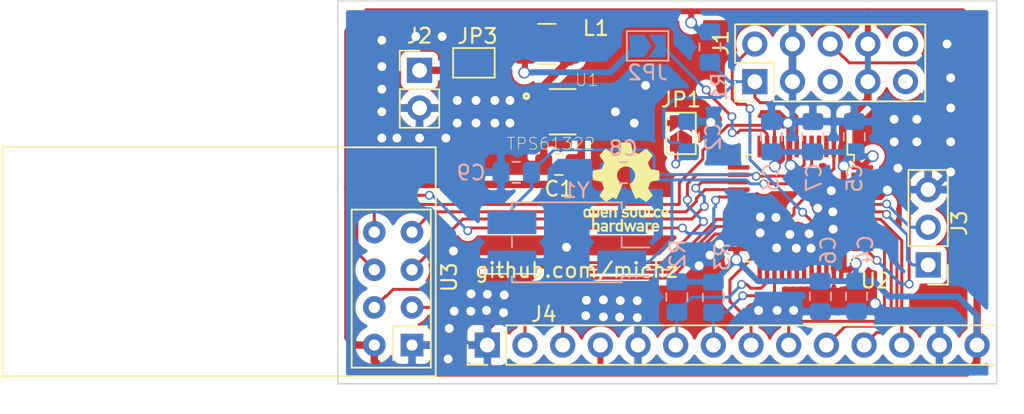
<source format=kicad_pcb>
(kicad_pcb (version 20171130) (host pcbnew 5.1.2-f72e74a~84~ubuntu18.04.1)
  (layers (0 F.Cu signal) (31 B.Cu signal) (34 B.Paste user) (35 F.Paste user) (36 B.SilkS user) (37 F.SilkS user) (38 B.Mask user) (39 F.Mask user) (44 Edge.Cuts user))
  (net 0 "")
  (net 1 +3V3)
  (net 2 GND)
  (net 3 /NRST)
  (net 4 "Net-(C8-Pad1)")
  (net 5 "Net-(C9-Pad1)")
  (net 6 /SWDIO)
  (net 7 "Net-(J1-Pad5)")
  (net 8 /SWCLK)
  (net 9 "Net-(J1-Pad9)")
  (net 10 "Net-(J1-Pad10)")
  (net 11 "Net-(J2-Pad1)")
  (net 12 DBG_TX)
  (net 13 DBG_RX)
  (net 14 SCL)
  (net 15 SDA)
  (net 16 UART_TX)
  (net 17 UART_RX)
  (net 18 EXTINT)
  (net 19 GPIO_PB3)
  (net 20 GPIO_PB4)
  (net 21 GPIO_PB5)
  (net 22 GPIO_PA15)
  (net 23 "Net-(JP2-Pad2)")
  (net 24 +BATT)
  (net 25 "Net-(L1-Pad2)")
  (net 26 "Net-(U1-Pad3)")
  (net 27 "Net-(U1-Pad5)")
  (net 28 "Net-(U2-Pad3)")
  (net 29 "Net-(U2-Pad4)")
  (net 30 "Net-(U2-Pad12)")
  (net 31 "Net-(U2-Pad13)")
  (net 32 "Net-(U2-Pad14)")
  (net 33 "Net-(U2-Pad15)")
  (net 34 "Net-(U2-Pad16)")
  (net 35 "Net-(U2-Pad17)")
  (net 36 "Net-(U2-Pad18)")
  (net 37 "Net-(U2-Pad19)")
  (net 38 "Net-(U2-Pad25)")
  (net 39 "Net-(U2-Pad28)")
  (net 40 "Net-(U2-Pad29)")
  (net 41 "Net-(U2-Pad30)")
  (net 42 "Net-(U2-Pad31)")
  (net 43 "Net-(U2-Pad32)")
  (net 44 "Net-(U2-Pad33)")
  (net 45 "Net-(U2-Pad45)")
  (net 46 "Net-(U2-Pad46)")
  (net 47 /RF_CE)
  (net 48 "Net-(U2-Pad10)")
  (module Connector_PinHeader_2.54mm:PinHeader_2x05_P2.54mm_Vertical (layer F.Cu) (at 139.954 127 90)
    (fp_text reference J1 (at 2.6162 -2.286 90) (layer F.SilkS))
    (fp_text value DEBUG)
    (pad 1 thru_hole rect (at 0 0 90) (size 1.7 1.7) (drill 1) (layers *.Cu *.Mask) (net 3 /NRST))
    (pad 2 thru_hole oval (at 2.54 0 90) (size 1.7 1.7) (drill 1) (layers *.Cu *.Mask) (net 6 /SWDIO))
    (pad 3 thru_hole oval (at 0 2.54 90) (size 1.7 1.7) (drill 1) (layers *.Cu *.Mask) (net 2 GND))
    (pad 4 thru_hole oval (at 2.54 2.54 90) (size 1.7 1.7) (drill 1) (layers *.Cu *.Mask) (net 2 GND))
    (pad 5 thru_hole oval (at 0 5.08 90) (size 1.7 1.7) (drill 1) (layers *.Cu *.Mask) (net 7 "Net-(J1-Pad5)"))
    (pad 6 thru_hole oval (at 2.54 5.08 90) (size 1.7 1.7) (drill 1) (layers *.Cu *.Mask) (net 8 /SWCLK))
    (pad 7 thru_hole oval (at 0 7.62 90) (size 1.7 1.7) (drill 1) (layers *.Cu *.Mask) (net 1 +3V3))
    (pad 8 thru_hole oval (at 2.54 7.62 90) (size 1.7 1.7) (drill 1) (layers *.Cu *.Mask) (net 1 +3V3))
    (pad 9 thru_hole oval (at 0 10.16 90) (size 1.7 1.7) (drill 1) (layers *.Cu *.Mask) (net 9 "Net-(J1-Pad9)"))
    (pad 10 thru_hole oval (at 2.54 10.16 90) (size 1.7 1.7) (drill 1) (layers *.Cu *.Mask) (net 10 "Net-(J1-Pad10)"))
  )
  (module Crystal:Crystal_SMD_EuroQuartz_MQ-4Pin_7.0x5.0mm_HandSoldering (layer B.Cu) (at 127.2794 137.8458 180)
    (fp_text reference Y1 (at -0.635 3.5052) (layer B.SilkS) (effects (justify mirror)))
    (fp_text value 8MHz)
    (pad 1 smd rect (at -3.7 -1.32 180) (size 3.3 1.54) (layers B.Cu B.Paste B.Mask) (net 4 "Net-(C8-Pad1)"))
    (pad 2 smd rect (at 3.7 -1.32 180) (size 3.3 1.54) (layers B.Cu B.Paste B.Mask) (net 2 GND))
    (pad 3 smd rect (at 3.7 1.32 180) (size 3.3 1.54) (layers B.Cu B.Paste B.Mask) (net 5 "Net-(C9-Pad1)"))
    (pad 4 smd rect (at -3.7 1.32 180) (size 3.3 1.54) (layers B.Cu B.Paste B.Mask) (net 2 GND))
  )
  (module Connector_PinHeader_2.54mm:PinHeader_1x14_P2.54mm_Vertical (layer F.Cu) (at 121.92 144.78 90)
    (fp_text reference J4 (at 2.0828 3.81 180) (layer F.SilkS))
    (fp_text value Conn_01x14)
    (pad 1 thru_hole rect (at 0 0 90) (size 1.7 1.7) (drill 1) (layers *.Cu *.Mask) (net 2 GND))
    (pad 2 thru_hole oval (at 0 2.54 90) (size 1.7 1.7) (drill 1) (layers *.Cu *.Mask) (net 17 UART_RX))
    (pad 3 thru_hole oval (at 0 5.08 90) (size 1.7 1.7) (drill 1) (layers *.Cu *.Mask) (net 16 UART_TX))
    (pad 4 thru_hole oval (at 0 7.62 90) (size 1.7 1.7) (drill 1) (layers *.Cu *.Mask) (net 1 +3V3))
    (pad 5 thru_hole oval (at 0 10.16 90) (size 1.7 1.7) (drill 1) (layers *.Cu *.Mask) (net 2 GND))
    (pad 6 thru_hole oval (at 0 12.7 90) (size 1.7 1.7) (drill 1) (layers *.Cu *.Mask) (net 14 SCL))
    (pad 7 thru_hole oval (at 0 15.24 90) (size 1.7 1.7) (drill 1) (layers *.Cu *.Mask) (net 15 SDA))
    (pad 8 thru_hole oval (at 0 17.78 90) (size 1.7 1.7) (drill 1) (layers *.Cu *.Mask) (net 18 EXTINT))
    (pad 9 thru_hole oval (at 0 20.32 90) (size 1.7 1.7) (drill 1) (layers *.Cu *.Mask) (net 22 GPIO_PA15))
    (pad 10 thru_hole oval (at 0 22.86 90) (size 1.7 1.7) (drill 1) (layers *.Cu *.Mask) (net 19 GPIO_PB3))
    (pad 11 thru_hole oval (at 0 25.4 90) (size 1.7 1.7) (drill 1) (layers *.Cu *.Mask) (net 20 GPIO_PB4))
    (pad 12 thru_hole oval (at 0 27.94 90) (size 1.7 1.7) (drill 1) (layers *.Cu *.Mask) (net 21 GPIO_PB5))
    (pad 13 thru_hole oval (at 0 30.48 90) (size 1.7 1.7) (drill 1) (layers *.Cu *.Mask) (net 2 GND))
    (pad 14 thru_hole oval (at 0 33.02 90) (size 1.7 1.7) (drill 1) (layers *.Cu *.Mask) (net 1 +3V3))
  )
  (module Symbol:OSHW-Logo_5.7x6mm_SilkScreen (layer F.Cu) (at 131.2672 134.112)
    (fp_text reference REF** hide)
    (fp_text value OSHW-Logo_5.7x6mm_SilkScreen hide)
  )
  (module Capacitor_SMD:C_0805_2012Metric_Pad1.15x1.40mm_HandSolder (layer F.Cu) (at 126.746 132.588 180)
    (fp_text reference C1 (at 0 -1.65) (layer F.SilkS))
    (fp_text value 22u)
    (pad 1 smd roundrect (at -1.025 0 180) (size 1.15 1.4) (layers F.Cu F.Paste F.Mask) (roundrect_rratio 0.217391) (net 1 +3V3))
    (pad 2 smd roundrect (at 1.025 0 180) (size 1.15 1.4) (layers F.Cu F.Paste F.Mask) (roundrect_rratio 0.217391) (net 2 GND))
  )
  (module Capacitor_SMD:C_0805_2012Metric_Pad1.15x1.40mm_HandSolder (layer B.Cu) (at 135.4836 130.7084 90)
    (fp_text reference C2 (at 0 1.65 90) (layer B.SilkS) (effects (justify mirror)))
    (fp_text value 100n)
    (pad 2 smd roundrect (at 1.025 0 90) (size 1.15 1.4) (layers B.Cu B.Paste B.Mask) (roundrect_rratio 0.217391) (net 2 GND))
    (pad 1 smd roundrect (at -1.025 0 90) (size 1.15 1.4) (layers B.Cu B.Paste B.Mask) (roundrect_rratio 0.217391) (net 3 /NRST))
  )
  (module Capacitor_SMD:C_0805_2012Metric_Pad1.15x1.40mm_HandSolder (layer B.Cu) (at 141.0716 130.7174 90)
    (fp_text reference C3 (at -2.7342 -0.0254 90) (layer B.SilkS) (effects (justify mirror)))
    (fp_text value 100n)
    (pad 2 smd roundrect (at 1.025 0 90) (size 1.15 1.4) (layers B.Cu B.Paste B.Mask) (roundrect_rratio 0.217391) (net 2 GND))
    (pad 1 smd roundrect (at -1.025 0 90) (size 1.15 1.4) (layers B.Cu B.Paste B.Mask) (roundrect_rratio 0.217391) (net 1 +3V3))
  )
  (module Capacitor_SMD:C_0805_2012Metric_Pad1.15x1.40mm_HandSolder (layer B.Cu) (at 146.812 141.487 270)
    (fp_text reference C4 (at -3.1586 -0.6096 90) (layer B.SilkS) (effects (justify mirror)))
    (fp_text value 100n)
    (pad 1 smd roundrect (at -1.025 0 270) (size 1.15 1.4) (layers B.Cu B.Paste B.Mask) (roundrect_rratio 0.217391) (net 1 +3V3))
    (pad 2 smd roundrect (at 1.025 0 270) (size 1.15 1.4) (layers B.Cu B.Paste B.Mask) (roundrect_rratio 0.217391) (net 2 GND))
  )
  (module Capacitor_SMD:C_0805_2012Metric_Pad1.15x1.40mm_HandSolder (layer B.Cu) (at 146.6596 130.7174 90)
    (fp_text reference C5 (at -2.785 0.0254 90) (layer B.SilkS) (effects (justify mirror)))
    (fp_text value 100n)
    (pad 2 smd roundrect (at 1.025 0 90) (size 1.15 1.4) (layers B.Cu B.Paste B.Mask) (roundrect_rratio 0.217391) (net 2 GND))
    (pad 1 smd roundrect (at -1.025 0 90) (size 1.15 1.4) (layers B.Cu B.Paste B.Mask) (roundrect_rratio 0.217391) (net 1 +3V3))
  )
  (module Capacitor_SMD:C_0805_2012Metric_Pad1.15x1.40mm_HandSolder (layer B.Cu) (at 144.3736 141.4944 270)
    (fp_text reference C6 (at -3.1152 -0.5334 90) (layer B.SilkS) (effects (justify mirror)))
    (fp_text value 100n)
    (pad 2 smd roundrect (at 1.025 0 270) (size 1.15 1.4) (layers B.Cu B.Paste B.Mask) (roundrect_rratio 0.217391) (net 2 GND))
    (pad 1 smd roundrect (at -1.025 0 270) (size 1.15 1.4) (layers B.Cu B.Paste B.Mask) (roundrect_rratio 0.217391) (net 1 +3V3))
  )
  (module Capacitor_SMD:C_0805_2012Metric_Pad1.15x1.40mm_HandSolder (layer B.Cu) (at 143.8656 130.7174 90)
    (fp_text reference C7 (at -2.7596 0.0762 90) (layer B.SilkS) (effects (justify mirror)))
    (fp_text value 100n)
    (pad 1 smd roundrect (at -1.025 0 90) (size 1.15 1.4) (layers B.Cu B.Paste B.Mask) (roundrect_rratio 0.217391) (net 1 +3V3))
    (pad 2 smd roundrect (at 1.025 0 90) (size 1.15 1.4) (layers B.Cu B.Paste B.Mask) (roundrect_rratio 0.217391) (net 2 GND))
  )
  (module Capacitor_SMD:C_0805_2012Metric_Pad1.15x1.40mm_HandSolder (layer B.Cu) (at 131.0804 133.1468 180)
    (fp_text reference C8 (at 0 1.65) (layer B.SilkS) (effects (justify mirror)))
    (fp_text value 20p)
    (pad 2 smd roundrect (at 1.025 0 180) (size 1.15 1.4) (layers B.Cu B.Paste B.Mask) (roundrect_rratio 0.217391) (net 2 GND))
    (pad 1 smd roundrect (at -1.025 0 180) (size 1.15 1.4) (layers B.Cu B.Paste B.Mask) (roundrect_rratio 0.217391) (net 4 "Net-(C8-Pad1)"))
  )
  (module Capacitor_SMD:C_0805_2012Metric_Pad1.15x1.40mm_HandSolder (layer B.Cu) (at 123.8668 133.1214 180)
    (fp_text reference C9 (at 3.039 -0.0254) (layer B.SilkS) (effects (justify mirror)))
    (fp_text value 20p)
    (pad 1 smd roundrect (at -1.025 0 180) (size 1.15 1.4) (layers B.Cu B.Paste B.Mask) (roundrect_rratio 0.217391) (net 5 "Net-(C9-Pad1)"))
    (pad 2 smd roundrect (at 1.025 0 180) (size 1.15 1.4) (layers B.Cu B.Paste B.Mask) (roundrect_rratio 0.217391) (net 2 GND))
  )
  (module Connector_PinHeader_2.54mm:PinHeader_1x02_P2.54mm_Vertical (layer F.Cu) (at 117.348 126.238)
    (fp_text reference J2 (at 0 -2.33) (layer F.SilkS))
    (fp_text value POWER_IN)
    (pad 2 thru_hole oval (at 0 2.54) (size 1.7 1.7) (drill 1) (layers *.Cu *.Mask) (net 2 GND))
    (pad 1 thru_hole rect (at 0 0) (size 1.7 1.7) (drill 1) (layers *.Cu *.Mask) (net 11 "Net-(J2-Pad1)"))
  )
  (module Connector_PinHeader_2.54mm:PinHeader_1x03_P2.54mm_Vertical (layer F.Cu) (at 151.638 139.3698 180)
    (fp_text reference J3 (at -2.1082 2.8194 90) (layer F.SilkS))
    (fp_text value DBG_UART)
    (pad 1 thru_hole rect (at 0 0 180) (size 1.7 1.7) (drill 1) (layers *.Cu *.Mask) (net 12 DBG_TX))
    (pad 2 thru_hole oval (at 0 2.54 180) (size 1.7 1.7) (drill 1) (layers *.Cu *.Mask) (net 13 DBG_RX))
    (pad 3 thru_hole oval (at 0 5.08 180) (size 1.7 1.7) (drill 1) (layers *.Cu *.Mask) (net 2 GND))
  )
  (module Jumper:SolderJumper-2_P1.3mm_Open_TrianglePad1.0x1.5mm (layer F.Cu) (at 134.9756 130.4914 90)
    (fp_text reference JP1 (at 2.2722 0 180) (layer F.SilkS))
    (fp_text value JP_RESET)
    (pad 1 smd custom (at -0.725 0 90) (size 0.3 0.3) (layers F.Cu F.Mask) (net 3 /NRST) (options (clearance outline) (anchor rect)) (primitives (gr_poly (pts (xy -0.5 -0.75) (xy 0.5 -0.75) (xy 1 0) (xy 0.5 0.75) (xy -0.5 0.75)) (width 0))))
    (pad 2 smd custom (at 0.725 0 90) (size 0.3 0.3) (layers F.Cu F.Mask) (net 2 GND) (options (clearance outline) (anchor rect)) (primitives (gr_poly (pts (xy -0.65 -0.75) (xy 0.5 -0.75) (xy 0.5 0.75) (xy -0.65 0.75) (xy -0.15 0)) (width 0))))
  )
  (module Jumper:SolderJumper-2_P1.3mm_Open_TrianglePad1.0x1.5mm (layer B.Cu) (at 132.7266 124.587)
    (fp_text reference JP2 (at 0 1.8) (layer B.SilkS) (effects (justify mirror)))
    (fp_text value JP_BAT_ADC)
    (pad 2 smd custom (at 0.725 0) (size 0.3 0.3) (layers B.Cu B.Mask) (net 23 "Net-(JP2-Pad2)") (options (clearance outline) (anchor rect)) (primitives (gr_poly (pts (xy -0.65 0.75) (xy 0.5 0.75) (xy 0.5 -0.75) (xy -0.65 -0.75) (xy -0.15 0)) (width 0))))
    (pad 1 smd custom (at -0.725 0) (size 0.3 0.3) (layers B.Cu B.Mask) (net 24 +BATT) (options (clearance outline) (anchor rect)) (primitives (gr_poly (pts (xy -0.5 0.75) (xy 0.5 0.75) (xy 1 0) (xy 0.5 -0.75) (xy -0.5 -0.75)) (width 0))))
  )
  (module Jumper:SolderJumper-2_P1.3mm_Bridged_Pad1.0x1.5mm (layer F.Cu) (at 121.016 125.73 180)
    (fp_text reference JP3 (at -0.2436 1.8034) (layer F.SilkS))
    (fp_text value Power_Measure_Batt)
    (fp_poly (pts (xy -0.25 -0.3) (xy 0.25 -0.3) (xy 0.25 0.3) (xy -0.25 0.3)) (layer F.Cu) (width 0))
    (pad 1 smd rect (at -0.65 0 180) (size 1 1.5) (layers F.Cu F.Mask) (net 24 +BATT))
    (pad 2 smd rect (at 0.65 0 180) (size 1 1.5) (layers F.Cu F.Mask) (net 11 "Net-(J2-Pad1)"))
  )
  (module Inductor_SMD:L_1210_3225Metric_Pad1.42x2.65mm_HandSolder (layer F.Cu) (at 125.9443 124.46)
    (fp_text reference L1 (at 3.2909 -1.0668) (layer F.SilkS))
    (fp_text value 4,7uH)
    (pad 1 smd roundrect (at -1.4875 0) (size 1.425 2.65) (layers F.Cu F.Paste F.Mask) (roundrect_rratio 0.175439) (net 24 +BATT))
    (pad 2 smd roundrect (at 1.4875 0) (size 1.425 2.65) (layers F.Cu F.Paste F.Mask) (roundrect_rratio 0.175439) (net 25 "Net-(L1-Pad2)"))
  )
  (module Resistor_SMD:R_0805_2012Metric_Pad1.15x1.40mm_HandSolder (layer B.Cu) (at 136.9314 124.6632 270)
    (fp_text reference R1 (at 2.6924 -0.6096 270) (layer B.SilkS) (effects (justify mirror)))
    (fp_text value 10k)
    (pad 1 smd roundrect (at -1.025 0 270) (size 1.15 1.4) (layers B.Cu B.Paste B.Mask) (roundrect_rratio 0.217391) (net 1 +3V3))
    (pad 2 smd roundrect (at 1.025 0 270) (size 1.15 1.4) (layers B.Cu B.Paste B.Mask) (roundrect_rratio 0.217391) (net 3 /NRST))
  )
  (module Resistor_SMD:R_0805_2012Metric_Pad1.15x1.40mm_HandSolder (layer B.Cu) (at 134.6962 141.5378 270)
    (fp_text reference R2 (at -2.93 -0.0508 270) (layer B.SilkS) (effects (justify mirror)))
    (fp_text value 4k7)
    (pad 2 smd roundrect (at 1.025 0 270) (size 1.15 1.4) (layers B.Cu B.Paste B.Mask) (roundrect_rratio 0.217391) (net 14 SCL))
    (pad 1 smd roundrect (at -1.025 0 270) (size 1.15 1.4) (layers B.Cu B.Paste B.Mask) (roundrect_rratio 0.217391) (net 1 +3V3))
  )
  (module Resistor_SMD:R_0805_2012Metric_Pad1.15x1.40mm_HandSolder (layer B.Cu) (at 137.16 141.5542 270)
    (fp_text reference R3 (at -2.7432 -0.6096 270) (layer B.SilkS) (effects (justify mirror)))
    (fp_text value 4k7)
    (pad 1 smd roundrect (at -1.025 0 270) (size 1.15 1.4) (layers B.Cu B.Paste B.Mask) (roundrect_rratio 0.217391) (net 1 +3V3))
    (pad 2 smd roundrect (at 1.025 0 270) (size 1.15 1.4) (layers B.Cu B.Paste B.Mask) (roundrect_rratio 0.217391) (net 15 SDA))
  )
  (module SOT95P280X145-5N:SOT95P280X145-5N (layer F.Cu) (at 127 129.032)
    (fp_text reference U1 (at 1.6256 -2.1336) (layer F.SilkS) (effects (font (size 0.801291 0.801291) (thickness 0.05))))
    (fp_text value TPS61322 (at -0.7874 2.159) (layer F.SilkS) (effects (font (size 0.801142 0.801142) (thickness 0.05))))
    (pad 1 smd rect (at -1.255 -0.95) (size 1.27 0.635) (layers F.Cu F.Paste F.Mask) (net 25 "Net-(L1-Pad2)"))
    (pad 2 smd rect (at -1.255 0) (size 1.27 0.635) (layers F.Cu F.Paste F.Mask) (net 2 GND))
    (pad 3 smd rect (at -1.255 0.95) (size 1.27 0.635) (layers F.Cu F.Paste F.Mask) (net 26 "Net-(U1-Pad3)"))
    (pad 4 smd rect (at 1.255 0.95 180) (size 1.27 0.635) (layers F.Cu F.Paste F.Mask) (net 1 +3V3))
    (pad 5 smd rect (at 1.255 -0.95 180) (size 1.27 0.635) (layers F.Cu F.Paste F.Mask) (net 27 "Net-(U1-Pad5)"))
  )
  (module Package_QFP:LQFP-48_7x7mm_P0.5mm (layer F.Cu) (at 143.03 135.5375 270)
    (fp_text reference U2 (at 4.8991 -5.052 180) (layer F.SilkS))
    (fp_text value STM32L073CBTx)
    (pad 1 smd roundrect (at -4.1625 -2.75 270) (size 1.475 0.3) (layers F.Cu F.Paste F.Mask) (net 1 +3V3))
    (pad 2 smd roundrect (at -4.1625 -2.25 270) (size 1.475 0.3) (layers F.Cu F.Paste F.Mask) (net 18 EXTINT))
    (pad 3 smd roundrect (at -4.1625 -1.75 270) (size 1.475 0.3) (layers F.Cu F.Paste F.Mask) (net 28 "Net-(U2-Pad3)"))
    (pad 4 smd roundrect (at -4.1625 -1.25 270) (size 1.475 0.3) (layers F.Cu F.Paste F.Mask) (net 29 "Net-(U2-Pad4)"))
    (pad 5 smd roundrect (at -4.1625 -0.75 270) (size 1.475 0.3) (layers F.Cu F.Paste F.Mask) (net 4 "Net-(C8-Pad1)"))
    (pad 6 smd roundrect (at -4.1625 -0.25 270) (size 1.475 0.3) (layers F.Cu F.Paste F.Mask) (net 5 "Net-(C9-Pad1)"))
    (pad 7 smd roundrect (at -4.1625 0.25 270) (size 1.475 0.3) (layers F.Cu F.Paste F.Mask) (net 3 /NRST))
    (pad 8 smd roundrect (at -4.1625 0.75 270) (size 1.475 0.3) (layers F.Cu F.Paste F.Mask) (net 2 GND))
    (pad 9 smd roundrect (at -4.1625 1.25 270) (size 1.475 0.3) (layers F.Cu F.Paste F.Mask) (net 1 +3V3))
    (pad 10 smd roundrect (at -4.1625 1.75 270) (size 1.475 0.3) (layers F.Cu F.Paste F.Mask) (net 48 "Net-(U2-Pad10)"))
    (pad 11 smd roundrect (at -4.1625 2.25 270) (size 1.475 0.3) (layers F.Cu F.Paste F.Mask) (net 23 "Net-(JP2-Pad2)"))
    (pad 12 smd roundrect (at -4.1625 2.75 270) (size 1.475 0.3) (layers F.Cu F.Paste F.Mask) (net 30 "Net-(U2-Pad12)"))
    (pad 13 smd roundrect (at -2.75 4.1625 270) (size 0.3 1.475) (layers F.Cu F.Paste F.Mask) (net 31 "Net-(U2-Pad13)"))
    (pad 14 smd roundrect (at -2.25 4.1625 270) (size 0.3 1.475) (layers F.Cu F.Paste F.Mask) (net 32 "Net-(U2-Pad14)"))
    (pad 15 smd roundrect (at -1.75 4.1625 270) (size 0.3 1.475) (layers F.Cu F.Paste F.Mask) (net 33 "Net-(U2-Pad15)"))
    (pad 16 smd roundrect (at -1.25 4.1625 270) (size 0.3 1.475) (layers F.Cu F.Paste F.Mask) (net 34 "Net-(U2-Pad16)"))
    (pad 17 smd roundrect (at -0.75 4.1625 270) (size 0.3 1.475) (layers F.Cu F.Paste F.Mask) (net 35 "Net-(U2-Pad17)"))
    (pad 18 smd roundrect (at -0.25 4.1625 270) (size 0.3 1.475) (layers F.Cu F.Paste F.Mask) (net 36 "Net-(U2-Pad18)"))
    (pad 19 smd roundrect (at 0.25 4.1625 270) (size 0.3 1.475) (layers F.Cu F.Paste F.Mask) (net 37 "Net-(U2-Pad19)"))
    (pad 20 smd roundrect (at 0.75 4.1625 270) (size 0.3 1.475) (layers F.Cu F.Paste F.Mask) (net 47 /RF_CE))
    (pad 21 smd roundrect (at 1.25 4.1625 270) (size 0.3 1.475) (layers F.Cu F.Paste F.Mask) (net 17 UART_RX))
    (pad 22 smd roundrect (at 1.75 4.1625 270) (size 0.3 1.475) (layers F.Cu F.Paste F.Mask) (net 16 UART_TX))
    (pad 23 smd roundrect (at 2.25 4.1625 270) (size 0.3 1.475) (layers F.Cu F.Paste F.Mask) (net 2 GND))
    (pad 24 smd roundrect (at 2.75 4.1625 270) (size 0.3 1.475) (layers F.Cu F.Paste F.Mask) (net 1 +3V3))
    (pad 25 smd roundrect (at 4.1625 2.75 270) (size 1.475 0.3) (layers F.Cu F.Paste F.Mask) (net 38 "Net-(U2-Pad25)"))
    (pad 26 smd roundrect (at 4.1625 2.25 270) (size 1.475 0.3) (layers F.Cu F.Paste F.Mask) (net 14 SCL))
    (pad 27 smd roundrect (at 4.1625 1.75 270) (size 1.475 0.3) (layers F.Cu F.Paste F.Mask) (net 15 SDA))
    (pad 28 smd roundrect (at 4.1625 1.25 270) (size 1.475 0.3) (layers F.Cu F.Paste F.Mask) (net 39 "Net-(U2-Pad28)"))
    (pad 29 smd roundrect (at 4.1625 0.75 270) (size 1.475 0.3) (layers F.Cu F.Paste F.Mask) (net 40 "Net-(U2-Pad29)"))
    (pad 30 smd roundrect (at 4.1625 0.25 270) (size 1.475 0.3) (layers F.Cu F.Paste F.Mask) (net 41 "Net-(U2-Pad30)"))
    (pad 31 smd roundrect (at 4.1625 -0.25 270) (size 1.475 0.3) (layers F.Cu F.Paste F.Mask) (net 42 "Net-(U2-Pad31)"))
    (pad 32 smd roundrect (at 4.1625 -0.75 270) (size 1.475 0.3) (layers F.Cu F.Paste F.Mask) (net 43 "Net-(U2-Pad32)"))
    (pad 33 smd roundrect (at 4.1625 -1.25 270) (size 1.475 0.3) (layers F.Cu F.Paste F.Mask) (net 44 "Net-(U2-Pad33)"))
    (pad 34 smd roundrect (at 4.1625 -1.75 270) (size 1.475 0.3) (layers F.Cu F.Paste F.Mask) (net 6 /SWDIO))
    (pad 35 smd roundrect (at 4.1625 -2.25 270) (size 1.475 0.3) (layers F.Cu F.Paste F.Mask) (net 2 GND))
    (pad 36 smd roundrect (at 4.1625 -2.75 270) (size 1.475 0.3) (layers F.Cu F.Paste F.Mask) (net 1 +3V3))
    (pad 37 smd roundrect (at 2.75 -4.1625 270) (size 0.3 1.475) (layers F.Cu F.Paste F.Mask) (net 8 /SWCLK))
    (pad 38 smd roundrect (at 2.25 -4.1625 270) (size 0.3 1.475) (layers F.Cu F.Paste F.Mask) (net 22 GPIO_PA15))
    (pad 39 smd roundrect (at 1.75 -4.1625 270) (size 0.3 1.475) (layers F.Cu F.Paste F.Mask) (net 19 GPIO_PB3))
    (pad 40 smd roundrect (at 1.25 -4.1625 270) (size 0.3 1.475) (layers F.Cu F.Paste F.Mask) (net 20 GPIO_PB4))
    (pad 41 smd roundrect (at 0.75 -4.1625 270) (size 0.3 1.475) (layers F.Cu F.Paste F.Mask) (net 21 GPIO_PB5))
    (pad 42 smd roundrect (at 0.25 -4.1625 270) (size 0.3 1.475) (layers F.Cu F.Paste F.Mask) (net 12 DBG_TX))
    (pad 43 smd roundrect (at -0.25 -4.1625 270) (size 0.3 1.475) (layers F.Cu F.Paste F.Mask) (net 13 DBG_RX))
    (pad 44 smd roundrect (at -0.75 -4.1625 270) (size 0.3 1.475) (layers F.Cu F.Paste F.Mask) (net 2 GND))
    (pad 45 smd roundrect (at -1.25 -4.1625 270) (size 0.3 1.475) (layers F.Cu F.Paste F.Mask) (net 45 "Net-(U2-Pad45)"))
    (pad 46 smd roundrect (at -1.75 -4.1625 270) (size 0.3 1.475) (layers F.Cu F.Paste F.Mask) (net 46 "Net-(U2-Pad46)"))
    (pad 47 smd roundrect (at -2.25 -4.1625 270) (size 0.3 1.475) (layers F.Cu F.Paste F.Mask) (net 2 GND))
    (pad 48 smd roundrect (at -2.75 -4.1625 270) (size 0.3 1.475) (layers F.Cu F.Paste F.Mask) (net 1 +3V3))
  )
  (module RF_Module:nRF24L01_Breakout (layer F.Cu) (at 116.84 144.78 180)
    (fp_text reference U3 (at -2.5146 4.572 90) (layer F.SilkS))
    (fp_text value NRF24L01+)
    (pad 8 thru_hole circle (at 2.54 7.62 180) (size 1.524 1.524) (drill 0.762) (layers *.Cu *.Mask) (net 48 "Net-(U2-Pad10)"))
    (pad 7 thru_hole circle (at 0 7.62 180) (size 1.524 1.524) (drill 0.762) (layers *.Cu *.Mask) (net 34 "Net-(U2-Pad16)"))
    (pad 6 thru_hole circle (at 2.54 5.08 180) (size 1.524 1.524) (drill 0.762) (layers *.Cu *.Mask) (net 35 "Net-(U2-Pad17)"))
    (pad 5 thru_hole circle (at 0 5.08 180) (size 1.524 1.524) (drill 0.762) (layers *.Cu *.Mask) (net 33 "Net-(U2-Pad15)"))
    (pad 4 thru_hole circle (at 2.54 2.54 180) (size 1.524 1.524) (drill 0.762) (layers *.Cu *.Mask) (net 32 "Net-(U2-Pad14)"))
    (pad 3 thru_hole circle (at 0 2.54 180) (size 1.524 1.524) (drill 0.762) (layers *.Cu *.Mask) (net 47 /RF_CE))
    (pad 2 thru_hole circle (at 2.54 0 180) (size 1.524 1.524) (drill 0.762) (layers *.Cu *.Mask) (net 1 +3V3))
    (pad 1 thru_hole rect (at 0 0 180) (size 1.524 1.524) (drill 0.762) (layers *.Cu *.Mask) (net 2 GND))
  )
  (gr_line (start 111.8362 121.539) (end 111.8362 147.3962) (layer Edge.Cuts) (width 0.1))
  (gr_line (start 156.2608 121.539) (end 111.8362 121.539) (layer Edge.Cuts) (width 0.1))
  (gr_line (start 156.2608 147.3962) (end 156.2608 121.539) (layer Edge.Cuts) (width 0.1))
  (gr_line (start 111.8362 147.3962) (end 156.2608 147.3962) (layer Edge.Cuts) (width 0.1))
  (gr_text github.com/michz (at 127.9398 139.7254) (layer F.SilkS) (effects (font (size 1 1))))
  (segment (start 114.3 144.78) (end 113.03 144.78) (width 0.5) (layer F.Cu) (net 1))
  (segment (start 113.03 144.78) (end 112.522 144.272) (width 0.5) (layer F.Cu) (net 1))
  (segment (start 128.255 132.104) (end 127.771 132.588) (width 0.5) (layer F.Cu) (net 1))
  (segment (start 128.255 129.982) (end 128.255 132.104) (width 0.5) (layer F.Cu) (net 1))
  (segment (start 127.771 133.388) (end 127.762 133.397) (width 0.5) (layer F.Cu) (net 1))
  (segment (start 127.771 132.588) (end 127.771 133.388) (width 0.5) (layer F.Cu) (net 1))
  (segment (start 127.762 133.397) (end 127.762 133.604) (width 0.5) (layer F.Cu) (net 1))
  (segment (start 112.69599 133.93801) (end 112.522 134.112) (width 0.5) (layer F.Cu) (net 1))
  (segment (start 127.42799 133.93801) (end 112.69599 133.93801) (width 0.5) (layer F.Cu) (net 1))
  (segment (start 127.762 133.604) (end 127.42799 133.93801) (width 0.5) (layer F.Cu) (net 1))
  (segment (start 112.522 144.272) (end 112.522 134.112) (width 0.5) (layer F.Cu) (net 1))
  (segment (start 114.3 145.85763) (end 115.10197 146.6596) (width 0.5) (layer F.Cu) (net 1))
  (segment (start 114.3 144.78) (end 114.3 145.85763) (width 0.5) (layer F.Cu) (net 1))
  (segment (start 154.2288 146.6596) (end 154.9146 145.9738) (width 0.5) (layer F.Cu) (net 1))
  (segment (start 154.9146 144.8054) (end 154.94 144.78) (width 0.5) (layer F.Cu) (net 1))
  (segment (start 154.9146 145.9738) (end 154.9146 144.8054) (width 0.5) (layer F.Cu) (net 1))
  (segment (start 145.88001 130.495032) (end 145.88001 131.375) (width 0.5) (layer F.Cu) (net 1))
  (segment (start 145.88001 129.896071) (end 145.88001 130.495032) (width 0.5) (layer F.Cu) (net 1))
  (segment (start 147.574 127) (end 147.574 128.202081) (width 0.5) (layer F.Cu) (net 1))
  (segment (start 147.574 128.202081) (end 145.88001 129.896071) (width 0.5) (layer F.Cu) (net 1))
  (segment (start 147.1925 132.7875) (end 145.78 131.375) (width 0.4) (layer F.Cu) (net 1))
  (segment (start 141.0716 131.7424) (end 143.8656 131.7424) (width 0.4) (layer B.Cu) (net 1))
  (segment (start 143.8656 131.7424) (end 146.6596 131.7424) (width 0.4) (layer B.Cu) (net 1))
  (segment (start 112.522 123.5202) (end 113.792 122.2502) (width 0.4) (layer F.Cu) (net 1))
  (segment (start 112.522 123.6218) (end 112.522 123.5202) (width 0.4) (layer F.Cu) (net 1))
  (segment (start 112.522 134.112) (end 112.522 123.6218) (width 0.5) (layer F.Cu) (net 1))
  (segment (start 154.94 123.3932) (end 154.94 144.78) (width 0.5) (layer F.Cu) (net 1))
  (segment (start 154.94 123.2408) (end 153.9494 122.2502) (width 0.4) (layer F.Cu) (net 1))
  (segment (start 154.94 123.3932) (end 154.94 123.2408) (width 0.4) (layer F.Cu) (net 1))
  (segment (start 129.54 144.78) (end 129.54 146.5326) (width 0.4) (layer F.Cu) (net 1))
  (segment (start 115.10197 146.6596) (end 129.667 146.6596) (width 0.5) (layer F.Cu) (net 1))
  (segment (start 129.54 146.5326) (end 129.667 146.6596) (width 0.4) (layer F.Cu) (net 1))
  (segment (start 129.667 146.6596) (end 154.2288 146.6596) (width 0.5) (layer F.Cu) (net 1))
  (via (at 146.7612 139.2682) (size 0.8) (drill 0.6) (layers F.Cu B.Cu) (net 1))
  (segment (start 145.78 139.7) (end 146.3294 139.7) (width 0.4) (layer F.Cu) (net 1))
  (segment (start 146.3294 139.7) (end 146.7612 139.2682) (width 0.4) (layer F.Cu) (net 1))
  (segment (start 146.7612 140.4112) (end 146.812 140.462) (width 0.4) (layer B.Cu) (net 1))
  (segment (start 146.7612 139.2682) (end 146.7612 140.4112) (width 0.4) (layer B.Cu) (net 1))
  (segment (start 144.381 140.462) (end 144.3736 140.4694) (width 0.4) (layer B.Cu) (net 1))
  (segment (start 146.812 140.462) (end 144.381 140.462) (width 0.4) (layer B.Cu) (net 1))
  (via (at 138.7094 139.0142) (size 0.8) (drill 0.6) (layers F.Cu B.Cu) (net 1))
  (segment (start 144.3736 140.4694) (end 140.1646 140.4694) (width 0.4) (layer B.Cu) (net 1))
  (segment (start 140.1646 140.4694) (end 138.7094 139.0142) (width 0.4) (layer B.Cu) (net 1))
  (segment (start 138.7094 138.4456) (end 138.8675 138.2875) (width 0.4) (layer F.Cu) (net 1))
  (segment (start 138.7094 139.0142) (end 138.7094 138.4456) (width 0.4) (layer F.Cu) (net 1))
  (segment (start 137.1436 140.5128) (end 137.16 140.5292) (width 0.4) (layer B.Cu) (net 1))
  (segment (start 134.6962 140.5128) (end 137.1436 140.5128) (width 0.4) (layer B.Cu) (net 1))
  (segment (start 138.675 139.0142) (end 137.16 140.5292) (width 0.4) (layer B.Cu) (net 1))
  (segment (start 138.7094 139.0142) (end 138.675 139.0142) (width 0.4) (layer B.Cu) (net 1))
  (via (at 147.9042 132.0292) (size 0.8) (drill 0.6) (layers F.Cu B.Cu) (net 1))
  (segment (start 147.1925 132.7875) (end 147.1925 132.7409) (width 0.4) (layer F.Cu) (net 1))
  (segment (start 147.1925 132.7409) (end 147.9042 132.0292) (width 0.4) (layer F.Cu) (net 1))
  (segment (start 146.9464 132.0292) (end 146.6596 131.7424) (width 0.4) (layer B.Cu) (net 1))
  (segment (start 147.9042 132.0292) (end 146.9464 132.0292) (width 0.4) (layer B.Cu) (net 1))
  (via (at 145.9484 132.6896) (size 0.8) (drill 0.6) (layers F.Cu B.Cu) (net 1))
  (segment (start 145.78 131.375) (end 145.78 132.5212) (width 0.4) (layer F.Cu) (net 1))
  (segment (start 145.78 132.5212) (end 145.9484 132.6896) (width 0.4) (layer F.Cu) (net 1))
  (segment (start 145.9484 132.4536) (end 146.6596 131.7424) (width 0.4) (layer B.Cu) (net 1))
  (segment (start 145.9484 132.6896) (end 145.9484 132.4536) (width 0.4) (layer B.Cu) (net 1))
  (segment (start 145.9484 139.5316) (end 145.78 139.7) (width 0.4) (layer F.Cu) (net 1))
  (segment (start 145.9484 132.6896) (end 145.9484 139.5316) (width 0.4) (layer F.Cu) (net 1))
  (segment (start 147.955 140.462) (end 146.812 140.462) (width 0.4) (layer B.Cu) (net 1))
  (segment (start 148.9964 141.5034) (end 147.955 140.462) (width 0.4) (layer B.Cu) (net 1))
  (segment (start 153.6446 141.5034) (end 148.9964 141.5034) (width 0.4) (layer B.Cu) (net 1))
  (segment (start 154.94 144.78) (end 154.94 142.7988) (width 0.4) (layer B.Cu) (net 1))
  (segment (start 154.94 142.7988) (end 153.6446 141.5034) (width 0.4) (layer B.Cu) (net 1))
  (segment (start 147.574 127) (end 147.574 124.46) (width 0.4) (layer B.Cu) (net 1))
  (segment (start 147.574 122.2756) (end 147.5994 122.2502) (width 0.4) (layer F.Cu) (net 1))
  (segment (start 147.574 124.46) (end 147.574 122.2756) (width 0.4) (layer F.Cu) (net 1))
  (segment (start 153.9494 122.2502) (end 147.5994 122.2502) (width 0.4) (layer F.Cu) (net 1))
  (segment (start 147.5994 122.2502) (end 136.9568 122.2502) (width 0.4) (layer F.Cu) (net 1))
  (via (at 135.6614 123.0122) (size 0.8) (drill 0.6) (layers F.Cu B.Cu) (net 1))
  (segment (start 136.9314 123.6382) (end 136.2874 123.6382) (width 0.4) (layer B.Cu) (net 1))
  (segment (start 136.2874 123.6382) (end 135.6614 123.0122) (width 0.4) (layer B.Cu) (net 1))
  (segment (start 135.6614 122.2756) (end 135.636 122.2502) (width 0.4) (layer F.Cu) (net 1))
  (segment (start 136.9568 122.2502) (end 135.636 122.2502) (width 0.4) (layer F.Cu) (net 1))
  (segment (start 135.6614 123.0122) (end 135.6614 122.2756) (width 0.4) (layer F.Cu) (net 1))
  (segment (start 135.636 122.2502) (end 113.792 122.2502) (width 0.4) (layer F.Cu) (net 1))
  (via (at 141.3002 132.715) (size 0.8) (drill 0.6) (layers F.Cu B.Cu) (net 1))
  (segment (start 141.78 131.375) (end 141.78 132.2352) (width 0.4) (layer F.Cu) (net 1))
  (segment (start 141.78 132.2352) (end 141.3002 132.715) (width 0.4) (layer F.Cu) (net 1))
  (segment (start 141.3002 131.971) (end 141.0716 131.7424) (width 0.4) (layer B.Cu) (net 1))
  (segment (start 141.3002 132.715) (end 141.3002 131.971) (width 0.4) (layer B.Cu) (net 1))
  (segment (start 130.0994 136.5258) (end 129.9732 136.652) (width 0.4) (layer B.Cu) (net 2))
  (segment (start 130.9794 136.5258) (end 130.0994 136.5258) (width 0.4) (layer B.Cu) (net 2))
  (segment (start 129.9732 136.652) (end 128.524 136.652) (width 0.4) (layer B.Cu) (net 2))
  (segment (start 126.0102 139.1658) (end 123.5794 139.1658) (width 0.4) (layer B.Cu) (net 2))
  (segment (start 128.524 136.652) (end 126.0102 139.1658) (width 0.4) (layer B.Cu) (net 2))
  (via (at 119.634 138.43) (size 0.8) (drill 0.6) (layers F.Cu B.Cu) (net 2))
  (segment (start 123.5794 139.1658) (end 120.3698 139.1658) (width 0.4) (layer B.Cu) (net 2))
  (segment (start 120.3698 139.1658) (end 119.634 138.43) (width 0.4) (layer B.Cu) (net 2))
  (via (at 127.254 138.176) (size 0.8) (drill 0.6) (layers F.Cu B.Cu) (net 2))
  (segment (start 119.634 138.43) (end 127 138.43) (width 0.4) (layer F.Cu) (net 2))
  (segment (start 127 138.43) (end 127.254 138.176) (width 0.4) (layer F.Cu) (net 2))
  (via (at 119.888 128.27) (size 0.8) (drill 0.6) (layers F.Cu B.Cu) (net 2))
  (segment (start 117.348 128.778) (end 119.38 128.778) (width 0.4) (layer F.Cu) (net 2))
  (segment (start 119.38 128.778) (end 119.888 128.27) (width 0.4) (layer F.Cu) (net 2))
  (segment (start 119.888 128.27) (end 121.158 128.27) (width 0.4) (layer B.Cu) (net 2))
  (via (at 121.158 128.27) (size 0.8) (drill 0.6) (layers F.Cu B.Cu) (net 2))
  (via (at 122.428 128.27) (size 0.8) (drill 0.6) (layers F.Cu B.Cu) (net 2))
  (segment (start 121.158 128.27) (end 122.428 128.27) (width 0.4) (layer B.Cu) (net 2))
  (via (at 123.444 128.27) (size 0.8) (drill 0.6) (layers F.Cu B.Cu) (net 2))
  (segment (start 122.428 128.27) (end 123.444 128.27) (width 0.4) (layer F.Cu) (net 2))
  (via (at 123.444 129.794) (size 0.8) (drill 0.6) (layers F.Cu B.Cu) (net 2))
  (segment (start 123.444 128.27) (end 123.444 129.794) (width 0.4) (layer B.Cu) (net 2))
  (via (at 122.428 129.794) (size 0.8) (drill 0.6) (layers F.Cu B.Cu) (net 2))
  (segment (start 123.444 129.794) (end 122.428 129.794) (width 0.4) (layer F.Cu) (net 2))
  (via (at 121.158 129.794) (size 0.8) (drill 0.6) (layers F.Cu B.Cu) (net 2))
  (segment (start 122.428 129.794) (end 121.158 129.794) (width 0.4) (layer B.Cu) (net 2))
  (via (at 119.888 129.794) (size 0.8) (drill 0.6) (layers F.Cu B.Cu) (net 2))
  (segment (start 121.158 129.794) (end 119.888 129.794) (width 0.4) (layer F.Cu) (net 2))
  (via (at 119.126 130.81) (size 0.8) (drill 0.6) (layers F.Cu B.Cu) (net 2))
  (segment (start 119.888 129.794) (end 119.888 130.048) (width 0.4) (layer B.Cu) (net 2))
  (segment (start 119.888 130.048) (end 119.126 130.81) (width 0.4) (layer B.Cu) (net 2))
  (via (at 117.348 130.81) (size 0.8) (drill 0.6) (layers F.Cu B.Cu) (net 2))
  (segment (start 119.126 130.81) (end 117.348 130.81) (width 0.4) (layer F.Cu) (net 2))
  (via (at 115.824 130.81) (size 0.8) (drill 0.6) (layers F.Cu B.Cu) (net 2))
  (segment (start 117.348 130.81) (end 115.824 130.81) (width 0.4) (layer B.Cu) (net 2))
  (via (at 114.808 130.81) (size 0.8) (drill 0.6) (layers F.Cu B.Cu) (net 2))
  (segment (start 115.824 130.81) (end 114.808 130.81) (width 0.4) (layer F.Cu) (net 2))
  (via (at 114.808 129.032) (size 0.8) (drill 0.6) (layers F.Cu B.Cu) (net 2))
  (segment (start 114.808 130.81) (end 114.808 129.032) (width 0.4) (layer B.Cu) (net 2))
  (via (at 114.808 127.508) (size 0.8) (drill 0.6) (layers F.Cu B.Cu) (net 2))
  (segment (start 114.808 129.032) (end 114.808 127.508) (width 0.4) (layer F.Cu) (net 2))
  (via (at 114.808 125.984) (size 0.8) (drill 0.6) (layers F.Cu B.Cu) (net 2))
  (segment (start 114.808 127.508) (end 114.808 125.984) (width 0.4) (layer B.Cu) (net 2))
  (via (at 114.808 124.206) (size 0.8) (drill 0.6) (layers F.Cu B.Cu) (net 2))
  (segment (start 114.808 125.984) (end 114.808 124.206) (width 0.4) (layer F.Cu) (net 2))
  (via (at 117.094 123.952) (size 0.8) (drill 0.6) (layers F.Cu B.Cu) (net 2))
  (segment (start 114.808 124.206) (end 116.84 124.206) (width 0.4) (layer B.Cu) (net 2))
  (segment (start 116.84 124.206) (end 117.094 123.952) (width 0.4) (layer B.Cu) (net 2))
  (via (at 118.872 123.952) (size 0.8) (drill 0.6) (layers F.Cu B.Cu) (net 2))
  (segment (start 117.094 123.952) (end 118.872 123.952) (width 0.4) (layer F.Cu) (net 2))
  (via (at 130.556 129.032) (size 0.8) (drill 0.6) (layers F.Cu B.Cu) (net 2))
  (segment (start 125.745 129.032) (end 130.556 129.032) (width 0.4) (layer F.Cu) (net 2))
  (via (at 131.826 129.794) (size 0.8) (drill 0.6) (layers F.Cu B.Cu) (net 2))
  (segment (start 130.556 129.032) (end 131.064 129.032) (width 0.4) (layer B.Cu) (net 2))
  (segment (start 131.064 129.032) (end 131.826 129.794) (width 0.4) (layer B.Cu) (net 2))
  (via (at 132.588 127.254) (size 0.8) (drill 0.6) (layers F.Cu B.Cu) (net 2))
  (segment (start 131.826 129.794) (end 131.826 128.016) (width 0.4) (layer F.Cu) (net 2))
  (segment (start 131.826 128.016) (end 132.588 127.254) (width 0.4) (layer F.Cu) (net 2))
  (via (at 153.162 133.096) (size 0.8) (drill 0.6) (layers F.Cu B.Cu) (net 2))
  (segment (start 151.638 134.2898) (end 151.9682 134.2898) (width 0.4) (layer B.Cu) (net 2))
  (segment (start 151.9682 134.2898) (end 153.162 133.096) (width 0.4) (layer B.Cu) (net 2))
  (via (at 153.162 131.064) (size 0.8) (drill 0.6) (layers F.Cu B.Cu) (net 2))
  (segment (start 153.162 133.096) (end 153.162 131.064) (width 0.4) (layer F.Cu) (net 2))
  (via (at 150.876 131.064) (size 0.8) (drill 0.6) (layers F.Cu B.Cu) (net 2))
  (segment (start 153.162 131.064) (end 150.876 131.064) (width 0.4) (layer B.Cu) (net 2))
  (via (at 150.876 129.54) (size 0.8) (drill 0.6) (layers F.Cu B.Cu) (net 2))
  (segment (start 150.876 131.064) (end 150.876 129.54) (width 0.4) (layer F.Cu) (net 2))
  (via (at 149.352 129.54) (size 0.8) (drill 0.6) (layers F.Cu B.Cu) (net 2))
  (segment (start 150.876 129.54) (end 149.352 129.54) (width 0.4) (layer B.Cu) (net 2))
  (via (at 149.352 131.064) (size 0.8) (drill 0.6) (layers F.Cu B.Cu) (net 2))
  (segment (start 149.352 129.54) (end 149.352 131.064) (width 0.4) (layer F.Cu) (net 2))
  (via (at 149.606 132.842) (size 0.8) (drill 0.6) (layers F.Cu B.Cu) (net 2))
  (segment (start 149.352 131.064) (end 149.352 132.588) (width 0.4) (layer B.Cu) (net 2))
  (segment (start 149.352 132.588) (end 149.606 132.842) (width 0.4) (layer B.Cu) (net 2))
  (via (at 153.162 128.778) (size 0.8) (drill 0.6) (layers F.Cu B.Cu) (net 2))
  (segment (start 153.162 131.064) (end 153.162 128.778) (width 0.4) (layer F.Cu) (net 2))
  (via (at 153.162 126.746) (size 0.8) (drill 0.6) (layers F.Cu B.Cu) (net 2))
  (segment (start 153.162 128.778) (end 153.162 126.746) (width 0.4) (layer B.Cu) (net 2))
  (via (at 152.908 124.46) (size 0.8) (drill 0.6) (layers F.Cu B.Cu) (net 2))
  (segment (start 153.162 126.746) (end 153.162 124.714) (width 0.4) (layer F.Cu) (net 2))
  (segment (start 153.162 124.714) (end 152.908 124.46) (width 0.4) (layer F.Cu) (net 2))
  (segment (start 139.60509 137.73751) (end 139.96069 137.73751) (width 0.4) (layer F.Cu) (net 2))
  (segment (start 138.8675 137.7875) (end 139.5551 137.7875) (width 0.4) (layer F.Cu) (net 2))
  (segment (start 139.5551 137.7875) (end 139.60509 137.73751) (width 0.4) (layer F.Cu) (net 2))
  (via (at 140.3096 137.2108) (size 0.8) (drill 0.6) (layers F.Cu B.Cu) (net 2))
  (segment (start 139.96069 137.73751) (end 140.3096 137.3886) (width 0.4) (layer F.Cu) (net 2))
  (segment (start 140.3096 137.3886) (end 140.3096 137.2108) (width 0.4) (layer F.Cu) (net 2))
  (via (at 140.335 136.144) (size 0.8) (drill 0.6) (layers F.Cu B.Cu) (net 2))
  (segment (start 140.3096 137.2108) (end 140.3096 136.1694) (width 0.4) (layer B.Cu) (net 2))
  (segment (start 140.3096 136.1694) (end 140.335 136.144) (width 0.4) (layer B.Cu) (net 2))
  (via (at 141.3764 136.1694) (size 0.8) (drill 0.6) (layers F.Cu B.Cu) (net 2))
  (segment (start 140.335 136.144) (end 141.351 136.144) (width 0.4) (layer F.Cu) (net 2))
  (segment (start 141.351 136.144) (end 141.3764 136.1694) (width 0.4) (layer F.Cu) (net 2))
  (via (at 142.3162 137.3124) (size 0.8) (drill 0.6) (layers F.Cu B.Cu) (net 2))
  (segment (start 141.3764 136.1694) (end 141.3764 136.3726) (width 0.4) (layer B.Cu) (net 2))
  (segment (start 141.3764 136.3726) (end 142.3162 137.3124) (width 0.4) (layer B.Cu) (net 2))
  (via (at 141.4272 138.2268) (size 0.8) (drill 0.6) (layers F.Cu B.Cu) (net 2))
  (segment (start 142.3162 137.3124) (end 142.3162 137.3378) (width 0.4) (layer F.Cu) (net 2))
  (segment (start 142.3162 137.3378) (end 141.4272 138.2268) (width 0.4) (layer F.Cu) (net 2))
  (via (at 142.748 138.2522) (size 0.8) (drill 0.6) (layers F.Cu B.Cu) (net 2))
  (segment (start 141.4272 138.2268) (end 142.7226 138.2268) (width 0.4) (layer F.Cu) (net 2))
  (segment (start 142.7226 138.2268) (end 142.748 138.2522) (width 0.4) (layer F.Cu) (net 2))
  (via (at 143.7386 138.2522) (size 0.8) (drill 0.6) (layers F.Cu B.Cu) (net 2))
  (segment (start 142.748 138.2522) (end 143.7386 138.2522) (width 0.4) (layer B.Cu) (net 2))
  (via (at 143.6116 137.2616) (size 0.8) (drill 0.6) (layers F.Cu B.Cu) (net 2))
  (segment (start 143.7386 138.2522) (end 143.7386 137.3886) (width 0.4) (layer F.Cu) (net 2))
  (segment (start 143.7386 137.3886) (end 143.6116 137.2616) (width 0.4) (layer F.Cu) (net 2))
  (via (at 145.2372 136.9568) (size 0.8) (drill 0.6) (layers F.Cu B.Cu) (net 2))
  (segment (start 143.6116 137.2616) (end 144.9324 137.2616) (width 0.4) (layer B.Cu) (net 2))
  (segment (start 144.9324 137.2616) (end 145.2372 136.9568) (width 0.4) (layer B.Cu) (net 2))
  (via (at 145.2118 135.7884) (size 0.8) (drill 0.6) (layers F.Cu B.Cu) (net 2))
  (segment (start 145.2372 136.9568) (end 145.2372 135.8138) (width 0.4) (layer F.Cu) (net 2))
  (segment (start 145.2372 135.8138) (end 145.2118 135.7884) (width 0.4) (layer F.Cu) (net 2))
  (via (at 144.1958 135.5344) (size 0.8) (drill 0.6) (layers F.Cu B.Cu) (net 2))
  (segment (start 145.2118 135.7884) (end 144.4498 135.7884) (width 0.4) (layer B.Cu) (net 2))
  (segment (start 144.4498 135.7884) (end 144.1958 135.5344) (width 0.4) (layer B.Cu) (net 2))
  (via (at 145.1102 134.366) (size 0.8) (drill 0.6) (layers F.Cu B.Cu) (net 2))
  (segment (start 144.1958 135.5344) (end 144.1958 135.2804) (width 0.4) (layer F.Cu) (net 2))
  (segment (start 144.1958 135.2804) (end 145.1102 134.366) (width 0.4) (layer F.Cu) (net 2))
  (via (at 148.8948 134.3152) (size 0.8) (drill 0.6) (layers F.Cu B.Cu) (net 2))
  (segment (start 145.1102 134.366) (end 148.844 134.366) (width 0.4) (layer B.Cu) (net 2))
  (segment (start 148.844 134.366) (end 148.8948 134.3152) (width 0.4) (layer B.Cu) (net 2))
  (segment (start 148.4225 134.7875) (end 147.1925 134.7875) (width 0.4) (layer F.Cu) (net 2))
  (segment (start 148.8948 134.3152) (end 148.4225 134.7875) (width 0.4) (layer F.Cu) (net 2))
  (segment (start 145.28 136.9996) (end 145.2372 136.9568) (width 0.4) (layer F.Cu) (net 2))
  (segment (start 145.28 139.7) (end 145.28 136.9996) (width 0.4) (layer F.Cu) (net 2))
  (segment (start 148.03 133.2875) (end 148.0417 133.2992) (width 0.4) (layer F.Cu) (net 2))
  (segment (start 147.1925 133.2875) (end 148.03 133.2875) (width 0.4) (layer F.Cu) (net 2))
  (segment (start 149.1488 133.2992) (end 149.606 132.842) (width 0.4) (layer F.Cu) (net 2))
  (segment (start 148.0417 133.2992) (end 149.1488 133.2992) (width 0.4) (layer F.Cu) (net 2))
  (via (at 142.18 129.794) (size 0.8) (drill 0.6) (layers F.Cu B.Cu) (net 2))
  (segment (start 142.28 131.375) (end 142.28 129.894) (width 0.4) (layer F.Cu) (net 2))
  (segment (start 142.28 129.894) (end 142.18 129.794) (width 0.4) (layer F.Cu) (net 2))
  (via (at 142.367 132.6642) (size 0.8) (drill 0.6) (layers F.Cu B.Cu) (net 2))
  (segment (start 142.28 131.375) (end 142.28 132.5772) (width 0.4) (layer F.Cu) (net 2))
  (segment (start 142.28 132.5772) (end 142.367 132.6642) (width 0.4) (layer F.Cu) (net 2))
  (segment (start 144.544515 134.366) (end 143.757115 133.5786) (width 0.4) (layer B.Cu) (net 2))
  (segment (start 145.1102 134.366) (end 144.544515 134.366) (width 0.4) (layer B.Cu) (net 2))
  (segment (start 143.2814 133.5786) (end 142.367 132.6642) (width 0.4) (layer B.Cu) (net 2))
  (segment (start 143.757115 133.5786) (end 143.2814 133.5786) (width 0.4) (layer B.Cu) (net 2))
  (via (at 137.5664 137.9728) (size 0.8) (drill 0.6) (layers F.Cu B.Cu) (net 2))
  (segment (start 138.8675 137.7875) (end 137.7517 137.7875) (width 0.4) (layer F.Cu) (net 2))
  (segment (start 137.7517 137.7875) (end 137.5664 137.9728) (width 0.4) (layer F.Cu) (net 2))
  (via (at 136.9314 138.7094) (size 0.8) (drill 0.6) (layers F.Cu B.Cu) (net 2))
  (segment (start 137.5664 137.9728) (end 137.5664 138.0744) (width 0.4) (layer B.Cu) (net 2))
  (segment (start 137.5664 138.0744) (end 136.9314 138.7094) (width 0.4) (layer B.Cu) (net 2))
  (via (at 136.1948 139.4206) (size 0.8) (drill 0.6) (layers F.Cu B.Cu) (net 2))
  (segment (start 136.9314 138.7094) (end 136.906 138.7094) (width 0.4) (layer F.Cu) (net 2))
  (segment (start 136.906 138.7094) (end 136.1948 139.4206) (width 0.4) (layer F.Cu) (net 2))
  (via (at 123.0122 142.5956) (size 0.8) (drill 0.6) (layers F.Cu B.Cu) (net 2))
  (segment (start 121.92 144.78) (end 121.92 143.6878) (width 0.4) (layer F.Cu) (net 2))
  (segment (start 121.92 143.6878) (end 123.0122 142.5956) (width 0.4) (layer F.Cu) (net 2))
  (segment (start 123.0122 142.5956) (end 123.0122 141.4526) (width 0.4) (layer B.Cu) (net 2))
  (via (at 123.063 141.4018) (size 0.8) (drill 0.6) (layers F.Cu B.Cu) (net 2))
  (segment (start 123.0122 141.4526) (end 123.063 141.4018) (width 0.4) (layer B.Cu) (net 2))
  (via (at 121.92 141.351) (size 0.8) (drill 0.6) (layers F.Cu B.Cu) (net 2))
  (segment (start 123.063 141.4018) (end 121.9708 141.4018) (width 0.4) (layer F.Cu) (net 2))
  (segment (start 121.9708 141.4018) (end 121.92 141.351) (width 0.4) (layer F.Cu) (net 2))
  (via (at 121.8692 142.4432) (size 0.8) (drill 0.6) (layers F.Cu B.Cu) (net 2))
  (segment (start 121.92 141.351) (end 121.92 142.3924) (width 0.4) (layer B.Cu) (net 2))
  (segment (start 121.92 142.3924) (end 121.8692 142.4432) (width 0.4) (layer B.Cu) (net 2))
  (via (at 120.8024 142.494) (size 0.8) (drill 0.6) (layers F.Cu B.Cu) (net 2))
  (segment (start 121.8692 142.4432) (end 120.8532 142.4432) (width 0.4) (layer F.Cu) (net 2))
  (segment (start 120.8532 142.4432) (end 120.8024 142.494) (width 0.4) (layer F.Cu) (net 2))
  (via (at 120.8278 141.3256) (size 0.8) (drill 0.6) (layers F.Cu B.Cu) (net 2))
  (segment (start 120.8024 142.494) (end 120.8024 141.351) (width 0.4) (layer B.Cu) (net 2))
  (segment (start 120.8024 141.351) (end 120.8278 141.3256) (width 0.4) (layer B.Cu) (net 2))
  (via (at 119.6848 142.494) (size 0.8) (drill 0.6) (layers F.Cu B.Cu) (net 2))
  (segment (start 120.8278 141.3256) (end 120.8278 141.351) (width 0.4) (layer F.Cu) (net 2))
  (segment (start 120.8278 141.351) (end 119.6848 142.494) (width 0.4) (layer F.Cu) (net 2))
  (via (at 119.3546 143.6624) (size 0.8) (drill 0.6) (layers F.Cu B.Cu) (net 2))
  (segment (start 119.6848 142.494) (end 119.6848 143.3322) (width 0.4) (layer B.Cu) (net 2))
  (segment (start 119.6848 143.3322) (end 119.3546 143.6624) (width 0.4) (layer B.Cu) (net 2))
  (via (at 119.2784 145.7198) (size 0.8) (drill 0.6) (layers F.Cu B.Cu) (net 2))
  (segment (start 119.2784 143.7386) (end 119.3546 143.6624) (width 0.4) (layer F.Cu) (net 2))
  (segment (start 119.2784 145.7198) (end 119.2784 143.7386) (width 0.4) (layer F.Cu) (net 2))
  (segment (start 132.08 144.78) (end 132.08 142.9766) (width 0.4) (layer F.Cu) (net 2))
  (via (at 132.0292 142.9258) (size 0.8) (drill 0.6) (layers F.Cu B.Cu) (net 2))
  (segment (start 132.08 142.9766) (end 132.0292 142.9258) (width 0.4) (layer F.Cu) (net 2))
  (via (at 132.0292 141.7828) (size 0.8) (drill 0.6) (layers F.Cu B.Cu) (net 2))
  (segment (start 132.0292 142.9258) (end 132.0292 141.7828) (width 0.4) (layer B.Cu) (net 2))
  (via (at 130.8862 141.7828) (size 0.8) (drill 0.6) (layers F.Cu B.Cu) (net 2))
  (segment (start 132.0292 141.7828) (end 130.8862 141.7828) (width 0.4) (layer F.Cu) (net 2))
  (via (at 130.8354 142.9004) (size 0.8) (drill 0.6) (layers F.Cu B.Cu) (net 2))
  (segment (start 130.8862 141.7828) (end 130.8862 142.8496) (width 0.4) (layer B.Cu) (net 2))
  (segment (start 130.8862 142.8496) (end 130.8354 142.9004) (width 0.4) (layer B.Cu) (net 2))
  (via (at 129.7432 142.875) (size 0.8) (drill 0.6) (layers F.Cu B.Cu) (net 2))
  (segment (start 130.8354 142.9004) (end 129.7686 142.9004) (width 0.4) (layer B.Cu) (net 2))
  (segment (start 129.7686 142.9004) (end 129.7432 142.875) (width 0.4) (layer B.Cu) (net 2))
  (via (at 129.7432 141.732) (size 0.8) (drill 0.6) (layers F.Cu B.Cu) (net 2))
  (segment (start 129.7432 142.875) (end 129.7432 141.732) (width 0.4) (layer F.Cu) (net 2))
  (via (at 128.6002 141.7574) (size 0.8) (drill 0.6) (layers F.Cu B.Cu) (net 2))
  (segment (start 129.7432 141.732) (end 128.6256 141.732) (width 0.4) (layer B.Cu) (net 2))
  (segment (start 128.6256 141.732) (end 128.6002 141.7574) (width 0.4) (layer B.Cu) (net 2))
  (via (at 128.5494 142.7988) (size 0.8) (drill 0.6) (layers F.Cu B.Cu) (net 2))
  (segment (start 128.6002 141.7574) (end 128.6002 142.748) (width 0.4) (layer B.Cu) (net 2))
  (segment (start 128.6002 142.748) (end 128.5494 142.7988) (width 0.4) (layer B.Cu) (net 2))
  (via (at 142.5702 142.4432) (size 0.8) (drill 0.6) (layers F.Cu B.Cu) (net 2))
  (segment (start 144.3736 142.5194) (end 142.6464 142.5194) (width 0.4) (layer B.Cu) (net 2))
  (segment (start 142.6464 142.5194) (end 142.5702 142.4432) (width 0.4) (layer B.Cu) (net 2))
  (via (at 141.4526 142.4432) (size 0.8) (drill 0.6) (layers F.Cu B.Cu) (net 2))
  (segment (start 142.5702 142.4432) (end 141.4526 142.4432) (width 0.4) (layer F.Cu) (net 2))
  (via (at 140.208 142.4432) (size 0.8) (drill 0.6) (layers F.Cu B.Cu) (net 2))
  (segment (start 141.4526 142.4432) (end 140.208 142.4432) (width 0.4) (layer B.Cu) (net 2))
  (segment (start 134.948 129.794) (end 134.9756 129.7664) (width 0.4) (layer F.Cu) (net 2))
  (segment (start 131.826 129.794) (end 134.948 129.794) (width 0.4) (layer F.Cu) (net 2))
  (via (at 136.9822 129.7432) (size 0.8) (drill 0.6) (layers F.Cu B.Cu) (net 2))
  (segment (start 134.9756 129.7664) (end 136.959 129.7664) (width 0.4) (layer F.Cu) (net 2))
  (segment (start 136.959 129.7664) (end 136.9822 129.7432) (width 0.4) (layer F.Cu) (net 2))
  (via (at 148.0566 141.986) (size 0.8) (drill 0.6) (layers F.Cu B.Cu) (net 2))
  (segment (start 146.812 142.512) (end 147.5306 142.512) (width 0.4) (layer B.Cu) (net 2))
  (segment (start 147.5306 142.512) (end 148.0566 141.986) (width 0.4) (layer B.Cu) (net 2))
  (segment (start 134.860228 131.110028) (end 134.234228 131.110028) (width 0.2) (layer B.Cu) (net 3))
  (segment (start 135.4836 131.7334) (end 134.860228 131.110028) (width 0.2) (layer B.Cu) (net 3))
  (segment (start 134.234228 131.110028) (end 133.8072 130.683) (width 0.2) (layer B.Cu) (net 3))
  (segment (start 133.8072 130.683) (end 133.8072 128.8796) (width 0.2) (layer B.Cu) (net 3))
  (segment (start 133.8072 128.8796) (end 134.62 128.0668) (width 0.2) (layer B.Cu) (net 3))
  (segment (start 134.62 128.0668) (end 137.6172 128.0668) (width 0.2) (layer B.Cu) (net 3))
  (segment (start 138.684 127) (end 139.954 127) (width 0.2) (layer B.Cu) (net 3))
  (segment (start 137.6172 128.0668) (end 138.684 127) (width 0.2) (layer B.Cu) (net 3))
  (segment (start 142.78 131.375) (end 142.78 129.3434) (width 0.2) (layer F.Cu) (net 3))
  (segment (start 142.78 129.3434) (end 141.859 128.4224) (width 0.2) (layer F.Cu) (net 3))
  (segment (start 139.954 128.05) (end 139.954 127) (width 0.2) (layer F.Cu) (net 3))
  (segment (start 140.3264 128.4224) (end 139.954 128.05) (width 0.2) (layer F.Cu) (net 3))
  (segment (start 141.859 128.4224) (end 140.3264 128.4224) (width 0.2) (layer F.Cu) (net 3))
  (segment (start 138.2432 127) (end 138.684 127) (width 0.2) (layer B.Cu) (net 3))
  (segment (start 136.9314 125.6882) (end 138.2432 127) (width 0.2) (layer B.Cu) (net 3))
  (via (at 134.62 132.5626) (size 0.6) (drill 0.4) (layers F.Cu B.Cu) (net 3))
  (segment (start 135.4836 131.7334) (end 135.4492 131.7334) (width 0.2) (layer B.Cu) (net 3))
  (segment (start 135.4492 131.7334) (end 134.62 132.5626) (width 0.2) (layer B.Cu) (net 3))
  (segment (start 134.62 131.572) (end 134.9756 131.2164) (width 0.2) (layer F.Cu) (net 3))
  (segment (start 134.62 132.5626) (end 134.62 131.572) (width 0.2) (layer F.Cu) (net 3))
  (segment (start 132.588 133.6294) (end 132.1054 133.1468) (width 0.2) (layer B.Cu) (net 4))
  (segment (start 134.366 137.6292) (end 134.366 133.6294) (width 0.2) (layer B.Cu) (net 4))
  (segment (start 132.8294 139.1658) (end 134.366 137.6292) (width 0.2) (layer B.Cu) (net 4))
  (segment (start 130.9794 139.1658) (end 132.8294 139.1658) (width 0.2) (layer B.Cu) (net 4))
  (segment (start 134.366 133.6294) (end 132.588 133.6294) (width 0.2) (layer B.Cu) (net 4))
  (segment (start 143.78 131.375) (end 143.78 132.6228) (width 0.2) (layer F.Cu) (net 4))
  (via (at 140.553909 133.895017) (size 0.6) (drill 0.4) (layers F.Cu B.Cu) (net 4))
  (segment (start 143.78 132.6228) (end 142.507783 133.895017) (width 0.2) (layer F.Cu) (net 4))
  (segment (start 142.507783 133.895017) (end 140.553909 133.895017) (width 0.2) (layer F.Cu) (net 4))
  (segment (start 140.553909 133.895017) (end 139.635417 133.895017) (width 0.2) (layer B.Cu) (net 4))
  (segment (start 139.3698 133.6294) (end 134.366 133.6294) (width 0.2) (layer B.Cu) (net 4))
  (segment (start 139.635417 133.895017) (end 139.3698 133.6294) (width 0.2) (layer B.Cu) (net 4))
  (segment (start 124.8918 134.2434) (end 124.8918 133.1214) (width 0.2) (layer B.Cu) (net 5))
  (segment (start 123.5794 136.5258) (end 123.5794 135.5558) (width 0.2) (layer B.Cu) (net 5))
  (segment (start 123.5794 135.5558) (end 124.8918 134.2434) (width 0.2) (layer B.Cu) (net 5))
  (segment (start 124.8918 133.1214) (end 126.4158 131.5974) (width 0.2) (layer B.Cu) (net 5))
  (segment (start 126.4158 131.5974) (end 132.715 131.5974) (width 0.2) (layer B.Cu) (net 5))
  (segment (start 132.715 131.5974) (end 133.1722 132.0546) (width 0.2) (layer B.Cu) (net 5))
  (segment (start 133.1722 132.0546) (end 133.1722 132.7912) (width 0.2) (layer B.Cu) (net 5))
  (segment (start 133.1722 132.7912) (end 133.1722 133.2738) (width 0.2) (layer B.Cu) (net 5))
  (via (at 140.044946 133.386054) (size 0.6) (drill 0.4) (layers F.Cu B.Cu) (net 5))
  (segment (start 140.044946 133.386053) (end 140.044946 133.386054) (width 0.2) (layer B.Cu) (net 5))
  (segment (start 133.1722 133.2738) (end 139.932693 133.2738) (width 0.2) (layer B.Cu) (net 5))
  (segment (start 139.932693 133.2738) (end 140.044946 133.386053) (width 0.2) (layer B.Cu) (net 5))
  (segment (start 140.46921 133.386054) (end 140.479864 133.3754) (width 0.2) (layer F.Cu) (net 5))
  (segment (start 140.044946 133.386054) (end 140.46921 133.386054) (width 0.2) (layer F.Cu) (net 5))
  (segment (start 140.479864 133.3754) (end 142.5194 133.3754) (width 0.2) (layer F.Cu) (net 5))
  (segment (start 143.28 132.6148) (end 143.28 131.375) (width 0.2) (layer F.Cu) (net 5))
  (segment (start 142.5194 133.3754) (end 143.28 132.6148) (width 0.2) (layer F.Cu) (net 5))
  (via (at 143.1798 135.8138) (size 0.6) (drill 0.4) (layers F.Cu B.Cu) (net 6))
  (segment (start 144.78 139.7) (end 144.78 137.414) (width 0.2) (layer F.Cu) (net 6))
  (segment (start 144.78 137.414) (end 143.1798 135.8138) (width 0.2) (layer F.Cu) (net 6))
  (segment (start 143.1798 135.8138) (end 139.6238 132.2578) (width 0.2) (layer B.Cu) (net 6))
  (via (at 139.6238 128.8288) (size 0.6) (drill 0.4) (layers F.Cu B.Cu) (net 6))
  (segment (start 139.6238 132.2578) (end 139.6238 128.8288) (width 0.2) (layer B.Cu) (net 6))
  (segment (start 139.323801 128.528801) (end 138.790401 128.528801) (width 0.2) (layer F.Cu) (net 6))
  (segment (start 139.6238 128.8288) (end 139.323801 128.528801) (width 0.2) (layer F.Cu) (net 6))
  (segment (start 138.790401 128.528801) (end 138.43 128.1684) (width 0.2) (layer F.Cu) (net 6))
  (segment (start 138.43 125.984) (end 139.954 124.46) (width 0.2) (layer F.Cu) (net 6))
  (segment (start 138.43 128.1684) (end 138.43 125.984) (width 0.2) (layer F.Cu) (net 6))
  (via (at 148.1836 139.065) (size 0.6) (drill 0.4) (layers F.Cu B.Cu) (net 8))
  (segment (start 147.1925 138.2875) (end 147.4061 138.2875) (width 0.2) (layer F.Cu) (net 8))
  (segment (start 147.4061 138.2875) (end 148.1836 139.065) (width 0.2) (layer F.Cu) (net 8))
  (segment (start 148.1836 139.065) (end 149.7838 140.6652) (width 0.2) (layer B.Cu) (net 8))
  (via (at 150.36 140.6652) (size 0.6) (drill 0.4) (layers F.Cu B.Cu) (net 8))
  (segment (start 149.7838 140.6652) (end 150.36 140.6652) (width 0.2) (layer B.Cu) (net 8))
  (segment (start 150.36 132.7484) (end 150.36 140.6652) (width 0.2) (layer F.Cu) (net 8))
  (segment (start 151.7523 126.3269) (end 151.7523 131.3561) (width 0.2) (layer F.Cu) (net 8))
  (segment (start 151.1554 125.73) (end 151.7523 126.3269) (width 0.2) (layer F.Cu) (net 8))
  (segment (start 145.883999 125.309999) (end 145.909399 125.309999) (width 0.2) (layer F.Cu) (net 8))
  (segment (start 145.034 124.46) (end 145.883999 125.309999) (width 0.2) (layer F.Cu) (net 8))
  (segment (start 151.7523 131.3561) (end 150.36 132.7484) (width 0.2) (layer F.Cu) (net 8))
  (segment (start 145.909399 125.309999) (end 146.3294 125.73) (width 0.2) (layer F.Cu) (net 8))
  (segment (start 146.3294 125.73) (end 151.1554 125.73) (width 0.2) (layer F.Cu) (net 8))
  (segment (start 119.858 126.238) (end 120.366 125.73) (width 0.5) (layer F.Cu) (net 11))
  (segment (start 117.348 126.238) (end 119.858 126.238) (width 0.5) (layer F.Cu) (net 11))
  (segment (start 147.1925 135.7875) (end 148.2081 135.7875) (width 0.2) (layer F.Cu) (net 12))
  (via (at 148.840448 135.958555) (size 0.6) (drill 0.4) (layers F.Cu B.Cu) (net 12))
  (segment (start 148.2081 135.7875) (end 148.669393 135.7875) (width 0.2) (layer F.Cu) (net 12))
  (segment (start 148.669393 135.7875) (end 148.840448 135.958555) (width 0.2) (layer F.Cu) (net 12))
  (segment (start 150.241 137.359107) (end 148.840448 135.958555) (width 0.2) (layer B.Cu) (net 12))
  (segment (start 150.241 139.0228) (end 150.241 137.359107) (width 0.2) (layer B.Cu) (net 12))
  (segment (start 150.588 139.3698) (end 150.241 139.0228) (width 0.2) (layer B.Cu) (net 12))
  (segment (start 151.638 139.3698) (end 150.588 139.3698) (width 0.2) (layer B.Cu) (net 12))
  (via (at 148.844 135.255) (size 0.6) (drill 0.4) (layers F.Cu B.Cu) (net 13))
  (segment (start 147.1925 135.2875) (end 148.8115 135.2875) (width 0.2) (layer F.Cu) (net 13))
  (segment (start 148.8115 135.2875) (end 148.844 135.255) (width 0.2) (layer F.Cu) (net 13))
  (segment (start 150.4188 136.8298) (end 151.638 136.8298) (width 0.2) (layer B.Cu) (net 13))
  (segment (start 148.844 135.255) (end 150.4188 136.8298) (width 0.2) (layer B.Cu) (net 13))
  (segment (start 134.6962 144.7038) (end 134.62 144.78) (width 0.2) (layer B.Cu) (net 14))
  (segment (start 134.6962 142.5628) (end 134.6962 144.7038) (width 0.2) (layer B.Cu) (net 14))
  (segment (start 140.78 140.5375) (end 140.3729 140.9446) (width 0.2) (layer F.Cu) (net 14))
  (segment (start 140.78 139.7) (end 140.78 140.5375) (width 0.2) (layer F.Cu) (net 14))
  (segment (start 140.3729 140.9446) (end 139.6746 140.9446) (width 0.2) (layer F.Cu) (net 14))
  (segment (start 139.6746 140.9446) (end 139.4206 140.6906) (width 0.2) (layer F.Cu) (net 14))
  (via (at 139.065 140.6906) (size 0.6) (drill 0.4) (layers F.Cu B.Cu) (net 14))
  (segment (start 139.4206 140.6906) (end 139.065 140.6906) (width 0.2) (layer F.Cu) (net 14))
  (segment (start 138.35139 141.40421) (end 138.35139 141.42961) (width 0.2) (layer B.Cu) (net 14))
  (segment (start 139.065 140.6906) (end 138.35139 141.40421) (width 0.2) (layer B.Cu) (net 14))
  (segment (start 138.35139 141.42961) (end 138.2268 141.5542) (width 0.2) (layer B.Cu) (net 14))
  (segment (start 135.7048 141.5542) (end 134.6962 142.5628) (width 0.2) (layer B.Cu) (net 14))
  (segment (start 138.2268 141.5542) (end 135.7048 141.5542) (width 0.2) (layer B.Cu) (net 14))
  (segment (start 137.16 142.5792) (end 137.16 144.78) (width 0.2) (layer B.Cu) (net 15))
  (via (at 139.1412 141.4526) (size 0.6) (drill 0.4) (layers F.Cu B.Cu) (net 15))
  (segment (start 137.16 142.5792) (end 138.0146 142.5792) (width 0.2) (layer B.Cu) (net 15))
  (segment (start 138.0146 142.5792) (end 139.1412 141.4526) (width 0.2) (layer B.Cu) (net 15))
  (segment (start 139.1412 141.4526) (end 140.9954 141.4526) (width 0.2) (layer F.Cu) (net 15))
  (segment (start 141.28 141.168) (end 141.28 139.7) (width 0.2) (layer F.Cu) (net 15))
  (segment (start 140.9954 141.4526) (end 141.28 141.168) (width 0.2) (layer F.Cu) (net 15))
  (segment (start 127 144.78) (end 127 140.9192) (width 0.2) (layer F.Cu) (net 16))
  (segment (start 127 140.9192) (end 127.6604 140.2588) (width 0.2) (layer F.Cu) (net 16))
  (segment (start 138.03 137.2875) (end 138.8675 137.2875) (width 0.2) (layer F.Cu) (net 16))
  (segment (start 137.278978 137.2875) (end 138.03 137.2875) (width 0.2) (layer F.Cu) (net 16))
  (segment (start 134.307678 140.2588) (end 137.278978 137.2875) (width 0.2) (layer F.Cu) (net 16))
  (segment (start 127.6604 140.2588) (end 134.307678 140.2588) (width 0.2) (layer F.Cu) (net 16))
  (segment (start 138.03 136.7875) (end 138.0215 136.779) (width 0.2) (layer F.Cu) (net 17))
  (segment (start 138.8675 136.7875) (end 138.03 136.7875) (width 0.2) (layer F.Cu) (net 17))
  (segment (start 138.0215 136.779) (end 137.3632 136.779) (width 0.2) (layer F.Cu) (net 17))
  (segment (start 134.561678 139.5476) (end 134.256878 139.8524) (width 0.2) (layer F.Cu) (net 17))
  (segment (start 137.3632 136.779) (end 134.5946 139.5476) (width 0.2) (layer F.Cu) (net 17))
  (segment (start 134.5946 139.5476) (end 134.561678 139.5476) (width 0.2) (layer F.Cu) (net 17))
  (segment (start 134.256878 139.8524) (end 126.238 139.8524) (width 0.2) (layer F.Cu) (net 17))
  (segment (start 124.46 141.6304) (end 124.46 144.78) (width 0.2) (layer F.Cu) (net 17))
  (segment (start 126.238 139.8524) (end 124.46 141.6304) (width 0.2) (layer F.Cu) (net 17))
  (segment (start 145.28 131.375) (end 145.28 132.8754) (width 0.2) (layer F.Cu) (net 18))
  (segment (start 145.28 132.8754) (end 142.5956 135.5598) (width 0.2) (layer F.Cu) (net 18))
  (segment (start 142.5956 135.5598) (end 142.5956 135.9408) (width 0.2) (layer F.Cu) (net 18))
  (segment (start 142.5956 135.9408) (end 139.7 138.8364) (width 0.2) (layer F.Cu) (net 18))
  (segment (start 139.7 138.8364) (end 139.7 138.9634) (width 0.2) (layer F.Cu) (net 18))
  (segment (start 139.7 138.9634) (end 138.2776 140.3858) (width 0.2) (layer F.Cu) (net 18))
  (segment (start 138.2776 140.3858) (end 138.2776 141.8336) (width 0.2) (layer F.Cu) (net 18))
  (segment (start 139.7 143.256) (end 139.7 144.78) (width 0.2) (layer F.Cu) (net 18))
  (segment (start 138.2776 141.8336) (end 139.7 143.256) (width 0.2) (layer F.Cu) (net 18))
  (segment (start 147.1925 137.2875) (end 148.44289 137.2875) (width 0.2) (layer F.Cu) (net 19))
  (segment (start 148.44289 137.2875) (end 149.1488 137.99341) (width 0.2) (layer F.Cu) (net 19))
  (segment (start 149.1488 137.99341) (end 149.1488 142.7734) (width 0.2) (layer F.Cu) (net 19))
  (segment (start 149.1488 142.7734) (end 148.4122 143.51) (width 0.2) (layer F.Cu) (net 19))
  (segment (start 146.05 143.51) (end 144.78 144.78) (width 0.2) (layer F.Cu) (net 19))
  (segment (start 148.4122 143.51) (end 146.05 143.51) (width 0.2) (layer F.Cu) (net 19))
  (segment (start 147.1925 136.7875) (end 148.504422 136.7875) (width 0.2) (layer F.Cu) (net 20))
  (segment (start 148.504422 136.7875) (end 149.5298 137.812878) (width 0.2) (layer F.Cu) (net 20))
  (segment (start 149.5298 137.812878) (end 149.5298 143.0274) (width 0.2) (layer F.Cu) (net 20))
  (segment (start 149.5298 143.0274) (end 148.6154 143.9418) (width 0.2) (layer F.Cu) (net 20))
  (segment (start 148.169999 143.930001) (end 147.32 144.78) (width 0.2) (layer F.Cu) (net 20))
  (segment (start 148.603601 143.930001) (end 148.169999 143.930001) (width 0.2) (layer F.Cu) (net 20))
  (segment (start 148.6154 143.9418) (end 148.603601 143.930001) (width 0.2) (layer F.Cu) (net 20))
  (segment (start 148.429391 136.2875) (end 148.743091 136.6012) (width 0.2) (layer F.Cu) (net 21))
  (segment (start 147.1925 136.2875) (end 148.429391 136.2875) (width 0.2) (layer F.Cu) (net 21))
  (segment (start 148.743091 136.6012) (end 148.743091 136.601891) (width 0.2) (layer F.Cu) (net 21))
  (segment (start 149.86 137.7188) (end 149.86 144.78) (width 0.2) (layer F.Cu) (net 21))
  (segment (start 148.743091 136.601891) (end 149.86 137.7188) (width 0.2) (layer F.Cu) (net 21))
  (segment (start 148.3106 143.1798) (end 142.3162 143.1798) (width 0.2) (layer F.Cu) (net 22))
  (segment (start 142.3162 143.1798) (end 142.24 143.256) (width 0.2) (layer F.Cu) (net 22))
  (segment (start 148.03 137.7875) (end 148.0375 137.795) (width 0.2) (layer F.Cu) (net 22))
  (segment (start 147.1925 137.7875) (end 148.03 137.7875) (width 0.2) (layer F.Cu) (net 22))
  (segment (start 148.0375 137.795) (end 148.4376 137.795) (width 0.2) (layer F.Cu) (net 22))
  (segment (start 148.6916 142.7988) (end 148.3106 143.1798) (width 0.2) (layer F.Cu) (net 22))
  (segment (start 148.4376 137.795) (end 148.6916 138.049) (width 0.2) (layer F.Cu) (net 22))
  (segment (start 142.24 143.256) (end 142.24 144.78) (width 0.2) (layer F.Cu) (net 22))
  (segment (start 148.6916 138.049) (end 148.6916 142.7988) (width 0.2) (layer F.Cu) (net 22))
  (segment (start 140.78 130.5375) (end 140.716 130.4735) (width 0.2) (layer F.Cu) (net 23))
  (segment (start 140.78 131.375) (end 140.78 130.5375) (width 0.2) (layer F.Cu) (net 23))
  (segment (start 140.5191 130.2766) (end 138.9634 130.2766) (width 0.2) (layer F.Cu) (net 23))
  (segment (start 140.716 130.4735) (end 140.5191 130.2766) (width 0.2) (layer F.Cu) (net 23))
  (via (at 138.43 130.4464) (size 0.6) (drill 0.4) (layers F.Cu B.Cu) (net 23))
  (segment (start 138.9634 130.2766) (end 138.7936 130.4464) (width 0.2) (layer F.Cu) (net 23))
  (segment (start 138.7936 130.4464) (end 138.43 130.4464) (width 0.2) (layer F.Cu) (net 23))
  (segment (start 138.43 130.4464) (end 138.43 129.3876) (width 0.2) (layer B.Cu) (net 23))
  (via (at 138.4046 129.3622) (size 0.6) (drill 0.4) (layers F.Cu B.Cu) (net 23))
  (segment (start 138.43 129.3876) (end 138.4046 129.3622) (width 0.2) (layer B.Cu) (net 23))
  (via (at 136.6774 127.5588) (size 0.6) (drill 0.4) (layers F.Cu B.Cu) (net 23))
  (segment (start 138.4046 129.3622) (end 136.6774 127.635) (width 0.2) (layer F.Cu) (net 23))
  (segment (start 136.6774 127.635) (end 136.6774 127.5588) (width 0.2) (layer F.Cu) (net 23))
  (segment (start 133.7056 124.587) (end 133.4516 124.587) (width 0.2) (layer B.Cu) (net 23))
  (segment (start 136.6774 127.5588) (end 133.7056 124.587) (width 0.2) (layer B.Cu) (net 23))
  (segment (start 122.9725 125.73) (end 124.4965 124.206) (width 0.5) (layer F.Cu) (net 24))
  (segment (start 121.666 125.73) (end 122.9725 125.73) (width 0.5) (layer F.Cu) (net 24))
  (segment (start 124.4568 124.46) (end 124.4568 126.3428) (width 0.4) (layer F.Cu) (net 24))
  (via (at 124.4092 126.3904) (size 0.8) (drill 0.6) (layers F.Cu B.Cu) (net 24))
  (segment (start 124.4568 126.3428) (end 124.4092 126.3904) (width 0.4) (layer F.Cu) (net 24))
  (segment (start 124.974885 126.3904) (end 125.000285 126.365) (width 0.4) (layer B.Cu) (net 24))
  (segment (start 124.4092 126.3904) (end 124.974885 126.3904) (width 0.4) (layer B.Cu) (net 24))
  (segment (start 130.2236 126.365) (end 132.0016 124.587) (width 0.4) (layer B.Cu) (net 24))
  (segment (start 125.000285 126.365) (end 130.2236 126.365) (width 0.4) (layer B.Cu) (net 24))
  (segment (start 127.4715 125.631) (end 127.508 125.6675) (width 0.5) (layer F.Cu) (net 25))
  (segment (start 127.4715 124.206) (end 127.4715 125.631) (width 0.5) (layer F.Cu) (net 25))
  (segment (start 127.508 125.6675) (end 127.3165 125.6675) (width 0.5) (layer F.Cu) (net 25))
  (segment (start 125.745 127.239) (end 125.745 128.064499) (width 0.5) (layer F.Cu) (net 25))
  (segment (start 127.3165 125.6675) (end 125.745 127.239) (width 0.5) (layer F.Cu) (net 25))
  (segment (start 115.061999 141.478001) (end 115.112799 141.478001) (width 0.2) (layer F.Cu) (net 32))
  (segment (start 114.3 142.24) (end 115.061999 141.478001) (width 0.2) (layer F.Cu) (net 32))
  (segment (start 115.112799 141.478001) (end 115.57 141.0208) (width 0.2) (layer F.Cu) (net 32))
  (segment (start 115.57 141.0208) (end 118.3132 141.0208) (width 0.2) (layer F.Cu) (net 32))
  (segment (start 120.11181 139.22219) (end 133.72621 139.22219) (width 0.2) (layer F.Cu) (net 32))
  (segment (start 118.3132 141.0208) (end 120.11181 139.22219) (width 0.2) (layer F.Cu) (net 32))
  (segment (start 138.8675 133.2875) (end 136.0287 133.2875) (width 0.2) (layer F.Cu) (net 32))
  (via (at 135.409446 134.977646) (size 0.6) (drill 0.4) (layers F.Cu B.Cu) (net 32))
  (segment (start 136.0287 133.2875) (end 135.409446 133.906754) (width 0.2) (layer F.Cu) (net 32))
  (segment (start 135.409446 133.906754) (end 135.409446 134.977646) (width 0.2) (layer F.Cu) (net 32))
  (segment (start 135.409446 135.358646) (end 136.4996 136.4488) (width 0.2) (layer B.Cu) (net 32))
  (via (at 136.4996 136.4488) (size 0.6) (drill 0.4) (layers F.Cu B.Cu) (net 32))
  (segment (start 135.409446 134.977646) (end 135.409446 135.358646) (width 0.2) (layer B.Cu) (net 32))
  (segment (start 133.72621 139.22219) (end 136.4996 136.4488) (width 0.2) (layer F.Cu) (net 32))
  (segment (start 116.84 139.7) (end 120.269 136.271) (width 0.2) (layer F.Cu) (net 33))
  (segment (start 120.269 136.271) (end 135.6614 136.271) (width 0.2) (layer F.Cu) (net 33))
  (via (at 136.5504 135.4328) (size 0.6) (drill 0.4) (layers F.Cu B.Cu) (net 33))
  (segment (start 135.6614 136.271) (end 135.7122 136.271) (width 0.2) (layer F.Cu) (net 33))
  (segment (start 135.7122 136.271) (end 136.5504 135.4328) (width 0.2) (layer F.Cu) (net 33))
  (via (at 135.9662 134.1882) (size 0.6) (drill 0.4) (layers F.Cu B.Cu) (net 33))
  (segment (start 136.5504 135.4328) (end 136.5504 134.7724) (width 0.2) (layer B.Cu) (net 33))
  (segment (start 136.5504 134.7724) (end 135.9662 134.1882) (width 0.2) (layer B.Cu) (net 33))
  (segment (start 136.3669 133.7875) (end 138.8675 133.7875) (width 0.2) (layer F.Cu) (net 33))
  (segment (start 135.9662 134.1882) (end 136.3669 133.7875) (width 0.2) (layer F.Cu) (net 33))
  (segment (start 136.6035 134.2875) (end 138.8675 134.2875) (width 0.2) (layer F.Cu) (net 34))
  (segment (start 136.017 134.874) (end 136.6035 134.2875) (width 0.2) (layer F.Cu) (net 34))
  (segment (start 116.84 137.16) (end 117.601999 136.398001) (width 0.2) (layer F.Cu) (net 34))
  (segment (start 117.601999 136.372601) (end 118.187099 135.787501) (width 0.2) (layer F.Cu) (net 34))
  (segment (start 136.017 135.0772) (end 136.017 134.874) (width 0.2) (layer F.Cu) (net 34))
  (segment (start 117.601999 136.398001) (end 117.601999 136.372601) (width 0.2) (layer F.Cu) (net 34))
  (segment (start 118.187099 135.787501) (end 135.306699 135.787501) (width 0.2) (layer F.Cu) (net 34))
  (segment (start 135.306699 135.787501) (end 136.017 135.0772) (width 0.2) (layer F.Cu) (net 34))
  (via (at 137.3124 135.001) (size 0.6) (drill 0.4) (layers F.Cu B.Cu) (net 35))
  (segment (start 138.8675 134.7875) (end 137.5259 134.7875) (width 0.2) (layer F.Cu) (net 35))
  (segment (start 137.5259 134.7875) (end 137.3124 135.001) (width 0.2) (layer F.Cu) (net 35))
  (segment (start 137.3124 135.425264) (end 137.1854 135.552264) (width 0.2) (layer B.Cu) (net 35))
  (segment (start 137.3124 135.001) (end 137.3124 135.425264) (width 0.2) (layer B.Cu) (net 35))
  (segment (start 137.1854 135.552264) (end 137.1854 136.8044) (width 0.2) (layer B.Cu) (net 35))
  (segment (start 137.1854 136.8044) (end 136.7536 137.2362) (width 0.2) (layer B.Cu) (net 35))
  (via (at 135.0772 136.8806) (size 0.6) (drill 0.4) (layers F.Cu B.Cu) (net 35))
  (segment (start 136.7536 137.2362) (end 135.4328 137.2362) (width 0.2) (layer B.Cu) (net 35))
  (segment (start 135.4328 137.2362) (end 135.0772 136.8806) (width 0.2) (layer B.Cu) (net 35))
  (via (at 120.5992 137.0584) (size 0.6) (drill 0.4) (layers F.Cu B.Cu) (net 35))
  (segment (start 135.0772 136.8806) (end 120.777 136.8806) (width 0.2) (layer F.Cu) (net 35))
  (segment (start 120.777 136.8806) (end 120.5992 137.0584) (width 0.2) (layer F.Cu) (net 35))
  (via (at 118.0084 134.6708) (size 0.6) (drill 0.4) (layers F.Cu B.Cu) (net 35))
  (segment (start 120.5992 137.0584) (end 118.2116 134.6708) (width 0.2) (layer B.Cu) (net 35))
  (segment (start 118.2116 134.6708) (end 118.0084 134.6708) (width 0.2) (layer B.Cu) (net 35))
  (segment (start 113.1316 138.5316) (end 114.3 139.7) (width 0.2) (layer F.Cu) (net 35))
  (segment (start 113.1316 135.7376) (end 113.1316 138.5316) (width 0.2) (layer F.Cu) (net 35))
  (segment (start 118.0084 134.6708) (end 114.1984 134.6708) (width 0.2) (layer F.Cu) (net 35))
  (segment (start 114.1984 134.6708) (end 113.1316 135.7376) (width 0.2) (layer F.Cu) (net 35))
  (segment (start 118.1608 142.24) (end 116.84 142.24) (width 0.2) (layer F.Cu) (net 47))
  (segment (start 138.03 136.2875) (end 138.0211 136.2964) (width 0.2) (layer F.Cu) (net 47))
  (segment (start 120.8786 139.5222) (end 118.1608 142.24) (width 0.2) (layer F.Cu) (net 47))
  (segment (start 138.8675 136.2875) (end 138.03 136.2875) (width 0.2) (layer F.Cu) (net 47))
  (segment (start 138.0211 136.2964) (end 137.3886 136.2964) (width 0.2) (layer F.Cu) (net 47))
  (segment (start 137.3886 136.2964) (end 134.1628 139.5222) (width 0.2) (layer F.Cu) (net 47))
  (segment (start 134.1628 139.5222) (end 120.8786 139.5222) (width 0.2) (layer F.Cu) (net 47))
  (segment (start 141.2748 130.5323) (end 141.28 130.5375) (width 0.2) (layer F.Cu) (net 48))
  (segment (start 141.0462 129.9464) (end 141.2748 130.175) (width 0.2) (layer F.Cu) (net 48))
  (segment (start 138.1506 129.9464) (end 141.0462 129.9464) (width 0.2) (layer F.Cu) (net 48))
  (segment (start 136.4488 131.6482) (end 138.1506 129.9464) (width 0.2) (layer F.Cu) (net 48))
  (segment (start 141.2748 130.175) (end 141.2748 130.5323) (width 0.2) (layer F.Cu) (net 48))
  (segment (start 114.3 135.6868) (end 114.6993 135.2875) (width 0.2) (layer F.Cu) (net 48))
  (segment (start 114.3 137.16) (end 114.3 135.6868) (width 0.2) (layer F.Cu) (net 48))
  (segment (start 134.866 133.8152) (end 136.4488 132.2324) (width 0.2) (layer F.Cu) (net 48))
  (segment (start 114.6993 135.2875) (end 134.866 135.2875) (width 0.2) (layer F.Cu) (net 48))
  (segment (start 141.28 130.5375) (end 141.28 131.375) (width 0.2) (layer F.Cu) (net 48))
  (segment (start 136.4488 132.2324) (end 136.4488 131.6482) (width 0.2) (layer F.Cu) (net 48))
  (segment (start 134.866 135.2875) (end 134.866 133.8152) (width 0.2) (layer F.Cu) (net 48))
  (zone (net 2) (net_name GND) (layer B.Cu) (connect_pads (clearance 0.508)) (min_thickness 0.254) (fill yes (arc_segments 32) (thermal_gap 0.508) (thermal_bridge_width 0.508))
    (polygon (pts (xy 112.268 122.174) (xy 112.268 147.066) (xy 155.956 147.066) (xy 155.956 122.174)))
  )
  (zone (net 2) (net_name GND) (layer F.Cu) (connect_pads (clearance 0.4)) (min_thickness 0.2) (fill yes (arc_segments 32) (thermal_gap 0.508) (thermal_bridge_width 0.508))
    (polygon (pts (xy 112.268 147.066) (xy 112.268 122.174) (xy 155.956 122.174) (xy 155.956 147.066)))
  )
  (zone (net 0) (net_name "") (layer F.Cu) (connect_pads (clearance 0.4)) (min_thickness 0.2)
    (keepout (tracks allowed) (vias not_allowed) (copperpour not_allowed))
    (fill (arc_segments 32) (thermal_gap 0.508) (thermal_bridge_width 0.508))
    (polygon (pts (xy 134.0231 129.0828) (xy 135.8773 129.0828) (xy 135.89 130.5052) (xy 134.9756 129.8702) (xy 134.0358 130.4798)))
  )
)
</source>
